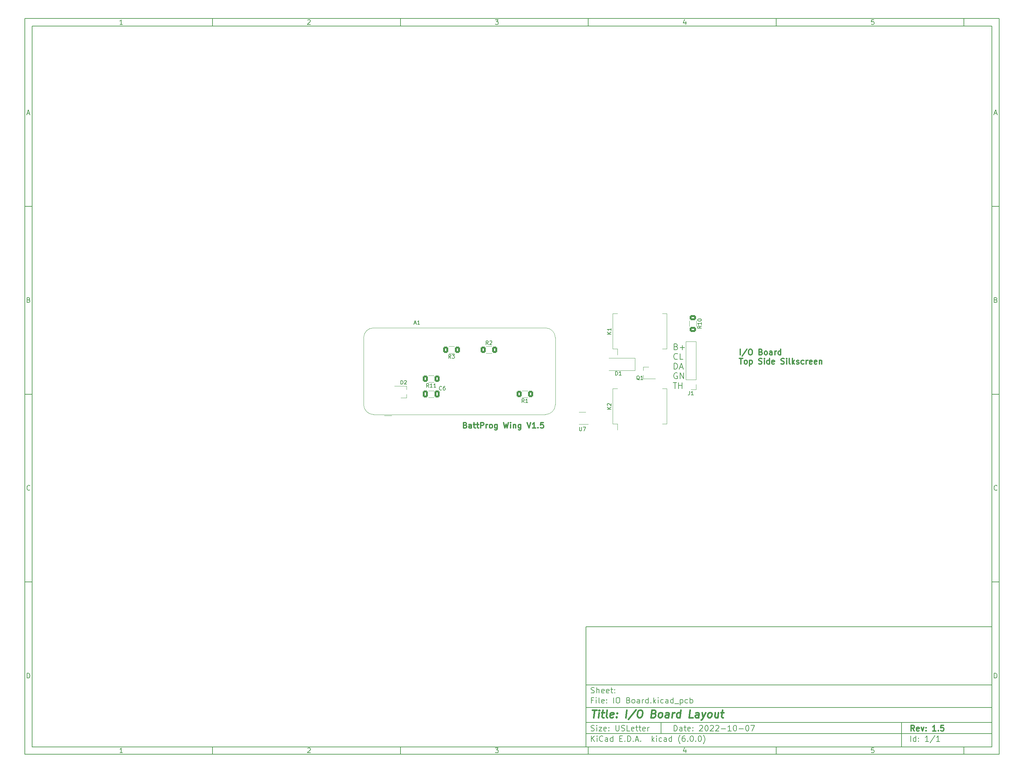
<source format=gbr>
G04 #@! TF.GenerationSoftware,KiCad,Pcbnew,(6.0.0)*
G04 #@! TF.CreationDate,2023-02-09T15:45:20-05:00*
G04 #@! TF.ProjectId,IO Board,494f2042-6f61-4726-942e-6b696361645f,1.5*
G04 #@! TF.SameCoordinates,Original*
G04 #@! TF.FileFunction,Legend,Top*
G04 #@! TF.FilePolarity,Positive*
%FSLAX46Y46*%
G04 Gerber Fmt 4.6, Leading zero omitted, Abs format (unit mm)*
G04 Created by KiCad (PCBNEW (6.0.0)) date 2023-02-09 15:45:20*
%MOMM*%
%LPD*%
G01*
G04 APERTURE LIST*
G04 Aperture macros list*
%AMRoundRect*
0 Rectangle with rounded corners*
0 $1 Rounding radius*
0 $2 $3 $4 $5 $6 $7 $8 $9 X,Y pos of 4 corners*
0 Add a 4 corners polygon primitive as box body*
4,1,4,$2,$3,$4,$5,$6,$7,$8,$9,$2,$3,0*
0 Add four circle primitives for the rounded corners*
1,1,$1+$1,$2,$3*
1,1,$1+$1,$4,$5*
1,1,$1+$1,$6,$7*
1,1,$1+$1,$8,$9*
0 Add four rect primitives between the rounded corners*
20,1,$1+$1,$2,$3,$4,$5,0*
20,1,$1+$1,$4,$5,$6,$7,0*
20,1,$1+$1,$6,$7,$8,$9,0*
20,1,$1+$1,$8,$9,$2,$3,0*%
G04 Aperture macros list end*
%ADD10C,0.100000*%
%ADD11C,0.150000*%
%ADD12C,0.300000*%
%ADD13C,0.400000*%
%ADD14C,0.120000*%
%ADD15R,1.900000X0.800000*%
%ADD16RoundRect,0.250000X0.400000X0.625000X-0.400000X0.625000X-0.400000X-0.625000X0.400000X-0.625000X0*%
%ADD17RoundRect,0.250000X-0.400000X-0.625000X0.400000X-0.625000X0.400000X0.625000X-0.400000X0.625000X0*%
%ADD18RoundRect,0.250000X-0.625000X0.400000X-0.625000X-0.400000X0.625000X-0.400000X0.625000X0.400000X0*%
%ADD19R,1.600000X1.600000*%
%ADD20C,1.600000*%
%ADD21RoundRect,0.250000X-0.412500X-0.650000X0.412500X-0.650000X0.412500X0.650000X-0.412500X0.650000X0*%
%ADD22R,1.700000X1.700000*%
%ADD23O,1.700000X1.700000*%
%ADD24R,3.500000X1.800000*%
%ADD25R,1.000000X3.000000*%
%ADD26R,1.560000X0.650000*%
G04 APERTURE END LIST*
D10*
D11*
X159400000Y-171900000D02*
X159400000Y-203900000D01*
X267400000Y-203900000D01*
X267400000Y-171900000D01*
X159400000Y-171900000D01*
D10*
D11*
X10000000Y-10000000D02*
X10000000Y-205900000D01*
X269400000Y-205900000D01*
X269400000Y-10000000D01*
X10000000Y-10000000D01*
D10*
D11*
X12000000Y-12000000D02*
X12000000Y-203900000D01*
X267400000Y-203900000D01*
X267400000Y-12000000D01*
X12000000Y-12000000D01*
D10*
D11*
X60000000Y-12000000D02*
X60000000Y-10000000D01*
D10*
D11*
X110000000Y-12000000D02*
X110000000Y-10000000D01*
D10*
D11*
X160000000Y-12000000D02*
X160000000Y-10000000D01*
D10*
D11*
X210000000Y-12000000D02*
X210000000Y-10000000D01*
D10*
D11*
X260000000Y-12000000D02*
X260000000Y-10000000D01*
D10*
D11*
X36065476Y-11588095D02*
X35322619Y-11588095D01*
X35694047Y-11588095D02*
X35694047Y-10288095D01*
X35570238Y-10473809D01*
X35446428Y-10597619D01*
X35322619Y-10659523D01*
D10*
D11*
X85322619Y-10411904D02*
X85384523Y-10350000D01*
X85508333Y-10288095D01*
X85817857Y-10288095D01*
X85941666Y-10350000D01*
X86003571Y-10411904D01*
X86065476Y-10535714D01*
X86065476Y-10659523D01*
X86003571Y-10845238D01*
X85260714Y-11588095D01*
X86065476Y-11588095D01*
D10*
D11*
X135260714Y-10288095D02*
X136065476Y-10288095D01*
X135632142Y-10783333D01*
X135817857Y-10783333D01*
X135941666Y-10845238D01*
X136003571Y-10907142D01*
X136065476Y-11030952D01*
X136065476Y-11340476D01*
X136003571Y-11464285D01*
X135941666Y-11526190D01*
X135817857Y-11588095D01*
X135446428Y-11588095D01*
X135322619Y-11526190D01*
X135260714Y-11464285D01*
D10*
D11*
X185941666Y-10721428D02*
X185941666Y-11588095D01*
X185632142Y-10226190D02*
X185322619Y-11154761D01*
X186127380Y-11154761D01*
D10*
D11*
X236003571Y-10288095D02*
X235384523Y-10288095D01*
X235322619Y-10907142D01*
X235384523Y-10845238D01*
X235508333Y-10783333D01*
X235817857Y-10783333D01*
X235941666Y-10845238D01*
X236003571Y-10907142D01*
X236065476Y-11030952D01*
X236065476Y-11340476D01*
X236003571Y-11464285D01*
X235941666Y-11526190D01*
X235817857Y-11588095D01*
X235508333Y-11588095D01*
X235384523Y-11526190D01*
X235322619Y-11464285D01*
D10*
D11*
X60000000Y-203900000D02*
X60000000Y-205900000D01*
D10*
D11*
X110000000Y-203900000D02*
X110000000Y-205900000D01*
D10*
D11*
X160000000Y-203900000D02*
X160000000Y-205900000D01*
D10*
D11*
X210000000Y-203900000D02*
X210000000Y-205900000D01*
D10*
D11*
X260000000Y-203900000D02*
X260000000Y-205900000D01*
D10*
D11*
X36065476Y-205488095D02*
X35322619Y-205488095D01*
X35694047Y-205488095D02*
X35694047Y-204188095D01*
X35570238Y-204373809D01*
X35446428Y-204497619D01*
X35322619Y-204559523D01*
D10*
D11*
X85322619Y-204311904D02*
X85384523Y-204250000D01*
X85508333Y-204188095D01*
X85817857Y-204188095D01*
X85941666Y-204250000D01*
X86003571Y-204311904D01*
X86065476Y-204435714D01*
X86065476Y-204559523D01*
X86003571Y-204745238D01*
X85260714Y-205488095D01*
X86065476Y-205488095D01*
D10*
D11*
X135260714Y-204188095D02*
X136065476Y-204188095D01*
X135632142Y-204683333D01*
X135817857Y-204683333D01*
X135941666Y-204745238D01*
X136003571Y-204807142D01*
X136065476Y-204930952D01*
X136065476Y-205240476D01*
X136003571Y-205364285D01*
X135941666Y-205426190D01*
X135817857Y-205488095D01*
X135446428Y-205488095D01*
X135322619Y-205426190D01*
X135260714Y-205364285D01*
D10*
D11*
X185941666Y-204621428D02*
X185941666Y-205488095D01*
X185632142Y-204126190D02*
X185322619Y-205054761D01*
X186127380Y-205054761D01*
D10*
D11*
X236003571Y-204188095D02*
X235384523Y-204188095D01*
X235322619Y-204807142D01*
X235384523Y-204745238D01*
X235508333Y-204683333D01*
X235817857Y-204683333D01*
X235941666Y-204745238D01*
X236003571Y-204807142D01*
X236065476Y-204930952D01*
X236065476Y-205240476D01*
X236003571Y-205364285D01*
X235941666Y-205426190D01*
X235817857Y-205488095D01*
X235508333Y-205488095D01*
X235384523Y-205426190D01*
X235322619Y-205364285D01*
D10*
D11*
X10000000Y-60000000D02*
X12000000Y-60000000D01*
D10*
D11*
X10000000Y-110000000D02*
X12000000Y-110000000D01*
D10*
D11*
X10000000Y-160000000D02*
X12000000Y-160000000D01*
D10*
D11*
X10690476Y-35216666D02*
X11309523Y-35216666D01*
X10566666Y-35588095D02*
X11000000Y-34288095D01*
X11433333Y-35588095D01*
D10*
D11*
X11092857Y-84907142D02*
X11278571Y-84969047D01*
X11340476Y-85030952D01*
X11402380Y-85154761D01*
X11402380Y-85340476D01*
X11340476Y-85464285D01*
X11278571Y-85526190D01*
X11154761Y-85588095D01*
X10659523Y-85588095D01*
X10659523Y-84288095D01*
X11092857Y-84288095D01*
X11216666Y-84350000D01*
X11278571Y-84411904D01*
X11340476Y-84535714D01*
X11340476Y-84659523D01*
X11278571Y-84783333D01*
X11216666Y-84845238D01*
X11092857Y-84907142D01*
X10659523Y-84907142D01*
D10*
D11*
X11402380Y-135464285D02*
X11340476Y-135526190D01*
X11154761Y-135588095D01*
X11030952Y-135588095D01*
X10845238Y-135526190D01*
X10721428Y-135402380D01*
X10659523Y-135278571D01*
X10597619Y-135030952D01*
X10597619Y-134845238D01*
X10659523Y-134597619D01*
X10721428Y-134473809D01*
X10845238Y-134350000D01*
X11030952Y-134288095D01*
X11154761Y-134288095D01*
X11340476Y-134350000D01*
X11402380Y-134411904D01*
D10*
D11*
X10659523Y-185588095D02*
X10659523Y-184288095D01*
X10969047Y-184288095D01*
X11154761Y-184350000D01*
X11278571Y-184473809D01*
X11340476Y-184597619D01*
X11402380Y-184845238D01*
X11402380Y-185030952D01*
X11340476Y-185278571D01*
X11278571Y-185402380D01*
X11154761Y-185526190D01*
X10969047Y-185588095D01*
X10659523Y-185588095D01*
D10*
D11*
X269400000Y-60000000D02*
X267400000Y-60000000D01*
D10*
D11*
X269400000Y-110000000D02*
X267400000Y-110000000D01*
D10*
D11*
X269400000Y-160000000D02*
X267400000Y-160000000D01*
D10*
D11*
X268090476Y-35216666D02*
X268709523Y-35216666D01*
X267966666Y-35588095D02*
X268400000Y-34288095D01*
X268833333Y-35588095D01*
D10*
D11*
X268492857Y-84907142D02*
X268678571Y-84969047D01*
X268740476Y-85030952D01*
X268802380Y-85154761D01*
X268802380Y-85340476D01*
X268740476Y-85464285D01*
X268678571Y-85526190D01*
X268554761Y-85588095D01*
X268059523Y-85588095D01*
X268059523Y-84288095D01*
X268492857Y-84288095D01*
X268616666Y-84350000D01*
X268678571Y-84411904D01*
X268740476Y-84535714D01*
X268740476Y-84659523D01*
X268678571Y-84783333D01*
X268616666Y-84845238D01*
X268492857Y-84907142D01*
X268059523Y-84907142D01*
D10*
D11*
X268802380Y-135464285D02*
X268740476Y-135526190D01*
X268554761Y-135588095D01*
X268430952Y-135588095D01*
X268245238Y-135526190D01*
X268121428Y-135402380D01*
X268059523Y-135278571D01*
X267997619Y-135030952D01*
X267997619Y-134845238D01*
X268059523Y-134597619D01*
X268121428Y-134473809D01*
X268245238Y-134350000D01*
X268430952Y-134288095D01*
X268554761Y-134288095D01*
X268740476Y-134350000D01*
X268802380Y-134411904D01*
D10*
D11*
X268059523Y-185588095D02*
X268059523Y-184288095D01*
X268369047Y-184288095D01*
X268554761Y-184350000D01*
X268678571Y-184473809D01*
X268740476Y-184597619D01*
X268802380Y-184845238D01*
X268802380Y-185030952D01*
X268740476Y-185278571D01*
X268678571Y-185402380D01*
X268554761Y-185526190D01*
X268369047Y-185588095D01*
X268059523Y-185588095D01*
D10*
D11*
X182832142Y-199678571D02*
X182832142Y-198178571D01*
X183189285Y-198178571D01*
X183403571Y-198250000D01*
X183546428Y-198392857D01*
X183617857Y-198535714D01*
X183689285Y-198821428D01*
X183689285Y-199035714D01*
X183617857Y-199321428D01*
X183546428Y-199464285D01*
X183403571Y-199607142D01*
X183189285Y-199678571D01*
X182832142Y-199678571D01*
X184975000Y-199678571D02*
X184975000Y-198892857D01*
X184903571Y-198750000D01*
X184760714Y-198678571D01*
X184475000Y-198678571D01*
X184332142Y-198750000D01*
X184975000Y-199607142D02*
X184832142Y-199678571D01*
X184475000Y-199678571D01*
X184332142Y-199607142D01*
X184260714Y-199464285D01*
X184260714Y-199321428D01*
X184332142Y-199178571D01*
X184475000Y-199107142D01*
X184832142Y-199107142D01*
X184975000Y-199035714D01*
X185475000Y-198678571D02*
X186046428Y-198678571D01*
X185689285Y-198178571D02*
X185689285Y-199464285D01*
X185760714Y-199607142D01*
X185903571Y-199678571D01*
X186046428Y-199678571D01*
X187117857Y-199607142D02*
X186975000Y-199678571D01*
X186689285Y-199678571D01*
X186546428Y-199607142D01*
X186475000Y-199464285D01*
X186475000Y-198892857D01*
X186546428Y-198750000D01*
X186689285Y-198678571D01*
X186975000Y-198678571D01*
X187117857Y-198750000D01*
X187189285Y-198892857D01*
X187189285Y-199035714D01*
X186475000Y-199178571D01*
X187832142Y-199535714D02*
X187903571Y-199607142D01*
X187832142Y-199678571D01*
X187760714Y-199607142D01*
X187832142Y-199535714D01*
X187832142Y-199678571D01*
X187832142Y-198750000D02*
X187903571Y-198821428D01*
X187832142Y-198892857D01*
X187760714Y-198821428D01*
X187832142Y-198750000D01*
X187832142Y-198892857D01*
X189617857Y-198321428D02*
X189689285Y-198250000D01*
X189832142Y-198178571D01*
X190189285Y-198178571D01*
X190332142Y-198250000D01*
X190403571Y-198321428D01*
X190475000Y-198464285D01*
X190475000Y-198607142D01*
X190403571Y-198821428D01*
X189546428Y-199678571D01*
X190475000Y-199678571D01*
X191403571Y-198178571D02*
X191546428Y-198178571D01*
X191689285Y-198250000D01*
X191760714Y-198321428D01*
X191832142Y-198464285D01*
X191903571Y-198750000D01*
X191903571Y-199107142D01*
X191832142Y-199392857D01*
X191760714Y-199535714D01*
X191689285Y-199607142D01*
X191546428Y-199678571D01*
X191403571Y-199678571D01*
X191260714Y-199607142D01*
X191189285Y-199535714D01*
X191117857Y-199392857D01*
X191046428Y-199107142D01*
X191046428Y-198750000D01*
X191117857Y-198464285D01*
X191189285Y-198321428D01*
X191260714Y-198250000D01*
X191403571Y-198178571D01*
X192475000Y-198321428D02*
X192546428Y-198250000D01*
X192689285Y-198178571D01*
X193046428Y-198178571D01*
X193189285Y-198250000D01*
X193260714Y-198321428D01*
X193332142Y-198464285D01*
X193332142Y-198607142D01*
X193260714Y-198821428D01*
X192403571Y-199678571D01*
X193332142Y-199678571D01*
X193903571Y-198321428D02*
X193975000Y-198250000D01*
X194117857Y-198178571D01*
X194475000Y-198178571D01*
X194617857Y-198250000D01*
X194689285Y-198321428D01*
X194760714Y-198464285D01*
X194760714Y-198607142D01*
X194689285Y-198821428D01*
X193832142Y-199678571D01*
X194760714Y-199678571D01*
X195403571Y-199107142D02*
X196546428Y-199107142D01*
X198046428Y-199678571D02*
X197189285Y-199678571D01*
X197617857Y-199678571D02*
X197617857Y-198178571D01*
X197475000Y-198392857D01*
X197332142Y-198535714D01*
X197189285Y-198607142D01*
X198975000Y-198178571D02*
X199117857Y-198178571D01*
X199260714Y-198250000D01*
X199332142Y-198321428D01*
X199403571Y-198464285D01*
X199475000Y-198750000D01*
X199475000Y-199107142D01*
X199403571Y-199392857D01*
X199332142Y-199535714D01*
X199260714Y-199607142D01*
X199117857Y-199678571D01*
X198975000Y-199678571D01*
X198832142Y-199607142D01*
X198760714Y-199535714D01*
X198689285Y-199392857D01*
X198617857Y-199107142D01*
X198617857Y-198750000D01*
X198689285Y-198464285D01*
X198760714Y-198321428D01*
X198832142Y-198250000D01*
X198975000Y-198178571D01*
X200117857Y-199107142D02*
X201260714Y-199107142D01*
X202260714Y-198178571D02*
X202403571Y-198178571D01*
X202546428Y-198250000D01*
X202617857Y-198321428D01*
X202689285Y-198464285D01*
X202760714Y-198750000D01*
X202760714Y-199107142D01*
X202689285Y-199392857D01*
X202617857Y-199535714D01*
X202546428Y-199607142D01*
X202403571Y-199678571D01*
X202260714Y-199678571D01*
X202117857Y-199607142D01*
X202046428Y-199535714D01*
X201975000Y-199392857D01*
X201903571Y-199107142D01*
X201903571Y-198750000D01*
X201975000Y-198464285D01*
X202046428Y-198321428D01*
X202117857Y-198250000D01*
X202260714Y-198178571D01*
X203260714Y-198178571D02*
X204260714Y-198178571D01*
X203617857Y-199678571D01*
D10*
D11*
X159400000Y-200400000D02*
X267400000Y-200400000D01*
D10*
D11*
X160832142Y-202478571D02*
X160832142Y-200978571D01*
X161689285Y-202478571D02*
X161046428Y-201621428D01*
X161689285Y-200978571D02*
X160832142Y-201835714D01*
X162332142Y-202478571D02*
X162332142Y-201478571D01*
X162332142Y-200978571D02*
X162260714Y-201050000D01*
X162332142Y-201121428D01*
X162403571Y-201050000D01*
X162332142Y-200978571D01*
X162332142Y-201121428D01*
X163903571Y-202335714D02*
X163832142Y-202407142D01*
X163617857Y-202478571D01*
X163475000Y-202478571D01*
X163260714Y-202407142D01*
X163117857Y-202264285D01*
X163046428Y-202121428D01*
X162975000Y-201835714D01*
X162975000Y-201621428D01*
X163046428Y-201335714D01*
X163117857Y-201192857D01*
X163260714Y-201050000D01*
X163475000Y-200978571D01*
X163617857Y-200978571D01*
X163832142Y-201050000D01*
X163903571Y-201121428D01*
X165189285Y-202478571D02*
X165189285Y-201692857D01*
X165117857Y-201550000D01*
X164975000Y-201478571D01*
X164689285Y-201478571D01*
X164546428Y-201550000D01*
X165189285Y-202407142D02*
X165046428Y-202478571D01*
X164689285Y-202478571D01*
X164546428Y-202407142D01*
X164475000Y-202264285D01*
X164475000Y-202121428D01*
X164546428Y-201978571D01*
X164689285Y-201907142D01*
X165046428Y-201907142D01*
X165189285Y-201835714D01*
X166546428Y-202478571D02*
X166546428Y-200978571D01*
X166546428Y-202407142D02*
X166403571Y-202478571D01*
X166117857Y-202478571D01*
X165975000Y-202407142D01*
X165903571Y-202335714D01*
X165832142Y-202192857D01*
X165832142Y-201764285D01*
X165903571Y-201621428D01*
X165975000Y-201550000D01*
X166117857Y-201478571D01*
X166403571Y-201478571D01*
X166546428Y-201550000D01*
X168403571Y-201692857D02*
X168903571Y-201692857D01*
X169117857Y-202478571D02*
X168403571Y-202478571D01*
X168403571Y-200978571D01*
X169117857Y-200978571D01*
X169760714Y-202335714D02*
X169832142Y-202407142D01*
X169760714Y-202478571D01*
X169689285Y-202407142D01*
X169760714Y-202335714D01*
X169760714Y-202478571D01*
X170475000Y-202478571D02*
X170475000Y-200978571D01*
X170832142Y-200978571D01*
X171046428Y-201050000D01*
X171189285Y-201192857D01*
X171260714Y-201335714D01*
X171332142Y-201621428D01*
X171332142Y-201835714D01*
X171260714Y-202121428D01*
X171189285Y-202264285D01*
X171046428Y-202407142D01*
X170832142Y-202478571D01*
X170475000Y-202478571D01*
X171975000Y-202335714D02*
X172046428Y-202407142D01*
X171975000Y-202478571D01*
X171903571Y-202407142D01*
X171975000Y-202335714D01*
X171975000Y-202478571D01*
X172617857Y-202050000D02*
X173332142Y-202050000D01*
X172475000Y-202478571D02*
X172975000Y-200978571D01*
X173475000Y-202478571D01*
X173975000Y-202335714D02*
X174046428Y-202407142D01*
X173975000Y-202478571D01*
X173903571Y-202407142D01*
X173975000Y-202335714D01*
X173975000Y-202478571D01*
X176975000Y-202478571D02*
X176975000Y-200978571D01*
X177117857Y-201907142D02*
X177546428Y-202478571D01*
X177546428Y-201478571D02*
X176975000Y-202050000D01*
X178189285Y-202478571D02*
X178189285Y-201478571D01*
X178189285Y-200978571D02*
X178117857Y-201050000D01*
X178189285Y-201121428D01*
X178260714Y-201050000D01*
X178189285Y-200978571D01*
X178189285Y-201121428D01*
X179546428Y-202407142D02*
X179403571Y-202478571D01*
X179117857Y-202478571D01*
X178975000Y-202407142D01*
X178903571Y-202335714D01*
X178832142Y-202192857D01*
X178832142Y-201764285D01*
X178903571Y-201621428D01*
X178975000Y-201550000D01*
X179117857Y-201478571D01*
X179403571Y-201478571D01*
X179546428Y-201550000D01*
X180832142Y-202478571D02*
X180832142Y-201692857D01*
X180760714Y-201550000D01*
X180617857Y-201478571D01*
X180332142Y-201478571D01*
X180189285Y-201550000D01*
X180832142Y-202407142D02*
X180689285Y-202478571D01*
X180332142Y-202478571D01*
X180189285Y-202407142D01*
X180117857Y-202264285D01*
X180117857Y-202121428D01*
X180189285Y-201978571D01*
X180332142Y-201907142D01*
X180689285Y-201907142D01*
X180832142Y-201835714D01*
X182189285Y-202478571D02*
X182189285Y-200978571D01*
X182189285Y-202407142D02*
X182046428Y-202478571D01*
X181760714Y-202478571D01*
X181617857Y-202407142D01*
X181546428Y-202335714D01*
X181475000Y-202192857D01*
X181475000Y-201764285D01*
X181546428Y-201621428D01*
X181617857Y-201550000D01*
X181760714Y-201478571D01*
X182046428Y-201478571D01*
X182189285Y-201550000D01*
X184475000Y-203050000D02*
X184403571Y-202978571D01*
X184260714Y-202764285D01*
X184189285Y-202621428D01*
X184117857Y-202407142D01*
X184046428Y-202050000D01*
X184046428Y-201764285D01*
X184117857Y-201407142D01*
X184189285Y-201192857D01*
X184260714Y-201050000D01*
X184403571Y-200835714D01*
X184475000Y-200764285D01*
X185689285Y-200978571D02*
X185403571Y-200978571D01*
X185260714Y-201050000D01*
X185189285Y-201121428D01*
X185046428Y-201335714D01*
X184975000Y-201621428D01*
X184975000Y-202192857D01*
X185046428Y-202335714D01*
X185117857Y-202407142D01*
X185260714Y-202478571D01*
X185546428Y-202478571D01*
X185689285Y-202407142D01*
X185760714Y-202335714D01*
X185832142Y-202192857D01*
X185832142Y-201835714D01*
X185760714Y-201692857D01*
X185689285Y-201621428D01*
X185546428Y-201550000D01*
X185260714Y-201550000D01*
X185117857Y-201621428D01*
X185046428Y-201692857D01*
X184975000Y-201835714D01*
X186475000Y-202335714D02*
X186546428Y-202407142D01*
X186475000Y-202478571D01*
X186403571Y-202407142D01*
X186475000Y-202335714D01*
X186475000Y-202478571D01*
X187475000Y-200978571D02*
X187617857Y-200978571D01*
X187760714Y-201050000D01*
X187832142Y-201121428D01*
X187903571Y-201264285D01*
X187975000Y-201550000D01*
X187975000Y-201907142D01*
X187903571Y-202192857D01*
X187832142Y-202335714D01*
X187760714Y-202407142D01*
X187617857Y-202478571D01*
X187475000Y-202478571D01*
X187332142Y-202407142D01*
X187260714Y-202335714D01*
X187189285Y-202192857D01*
X187117857Y-201907142D01*
X187117857Y-201550000D01*
X187189285Y-201264285D01*
X187260714Y-201121428D01*
X187332142Y-201050000D01*
X187475000Y-200978571D01*
X188617857Y-202335714D02*
X188689285Y-202407142D01*
X188617857Y-202478571D01*
X188546428Y-202407142D01*
X188617857Y-202335714D01*
X188617857Y-202478571D01*
X189617857Y-200978571D02*
X189760714Y-200978571D01*
X189903571Y-201050000D01*
X189975000Y-201121428D01*
X190046428Y-201264285D01*
X190117857Y-201550000D01*
X190117857Y-201907142D01*
X190046428Y-202192857D01*
X189975000Y-202335714D01*
X189903571Y-202407142D01*
X189760714Y-202478571D01*
X189617857Y-202478571D01*
X189475000Y-202407142D01*
X189403571Y-202335714D01*
X189332142Y-202192857D01*
X189260714Y-201907142D01*
X189260714Y-201550000D01*
X189332142Y-201264285D01*
X189403571Y-201121428D01*
X189475000Y-201050000D01*
X189617857Y-200978571D01*
X190617857Y-203050000D02*
X190689285Y-202978571D01*
X190832142Y-202764285D01*
X190903571Y-202621428D01*
X190975000Y-202407142D01*
X191046428Y-202050000D01*
X191046428Y-201764285D01*
X190975000Y-201407142D01*
X190903571Y-201192857D01*
X190832142Y-201050000D01*
X190689285Y-200835714D01*
X190617857Y-200764285D01*
D10*
D11*
X159400000Y-197400000D02*
X267400000Y-197400000D01*
D10*
D12*
X246809285Y-199678571D02*
X246309285Y-198964285D01*
X245952142Y-199678571D02*
X245952142Y-198178571D01*
X246523571Y-198178571D01*
X246666428Y-198250000D01*
X246737857Y-198321428D01*
X246809285Y-198464285D01*
X246809285Y-198678571D01*
X246737857Y-198821428D01*
X246666428Y-198892857D01*
X246523571Y-198964285D01*
X245952142Y-198964285D01*
X248023571Y-199607142D02*
X247880714Y-199678571D01*
X247595000Y-199678571D01*
X247452142Y-199607142D01*
X247380714Y-199464285D01*
X247380714Y-198892857D01*
X247452142Y-198750000D01*
X247595000Y-198678571D01*
X247880714Y-198678571D01*
X248023571Y-198750000D01*
X248095000Y-198892857D01*
X248095000Y-199035714D01*
X247380714Y-199178571D01*
X248595000Y-198678571D02*
X248952142Y-199678571D01*
X249309285Y-198678571D01*
X249880714Y-199535714D02*
X249952142Y-199607142D01*
X249880714Y-199678571D01*
X249809285Y-199607142D01*
X249880714Y-199535714D01*
X249880714Y-199678571D01*
X249880714Y-198750000D02*
X249952142Y-198821428D01*
X249880714Y-198892857D01*
X249809285Y-198821428D01*
X249880714Y-198750000D01*
X249880714Y-198892857D01*
X252523571Y-199678571D02*
X251666428Y-199678571D01*
X252095000Y-199678571D02*
X252095000Y-198178571D01*
X251952142Y-198392857D01*
X251809285Y-198535714D01*
X251666428Y-198607142D01*
X253166428Y-199535714D02*
X253237857Y-199607142D01*
X253166428Y-199678571D01*
X253095000Y-199607142D01*
X253166428Y-199535714D01*
X253166428Y-199678571D01*
X254595000Y-198178571D02*
X253880714Y-198178571D01*
X253809285Y-198892857D01*
X253880714Y-198821428D01*
X254023571Y-198750000D01*
X254380714Y-198750000D01*
X254523571Y-198821428D01*
X254595000Y-198892857D01*
X254666428Y-199035714D01*
X254666428Y-199392857D01*
X254595000Y-199535714D01*
X254523571Y-199607142D01*
X254380714Y-199678571D01*
X254023571Y-199678571D01*
X253880714Y-199607142D01*
X253809285Y-199535714D01*
D10*
D11*
X160760714Y-199607142D02*
X160975000Y-199678571D01*
X161332142Y-199678571D01*
X161475000Y-199607142D01*
X161546428Y-199535714D01*
X161617857Y-199392857D01*
X161617857Y-199250000D01*
X161546428Y-199107142D01*
X161475000Y-199035714D01*
X161332142Y-198964285D01*
X161046428Y-198892857D01*
X160903571Y-198821428D01*
X160832142Y-198750000D01*
X160760714Y-198607142D01*
X160760714Y-198464285D01*
X160832142Y-198321428D01*
X160903571Y-198250000D01*
X161046428Y-198178571D01*
X161403571Y-198178571D01*
X161617857Y-198250000D01*
X162260714Y-199678571D02*
X162260714Y-198678571D01*
X162260714Y-198178571D02*
X162189285Y-198250000D01*
X162260714Y-198321428D01*
X162332142Y-198250000D01*
X162260714Y-198178571D01*
X162260714Y-198321428D01*
X162832142Y-198678571D02*
X163617857Y-198678571D01*
X162832142Y-199678571D01*
X163617857Y-199678571D01*
X164760714Y-199607142D02*
X164617857Y-199678571D01*
X164332142Y-199678571D01*
X164189285Y-199607142D01*
X164117857Y-199464285D01*
X164117857Y-198892857D01*
X164189285Y-198750000D01*
X164332142Y-198678571D01*
X164617857Y-198678571D01*
X164760714Y-198750000D01*
X164832142Y-198892857D01*
X164832142Y-199035714D01*
X164117857Y-199178571D01*
X165475000Y-199535714D02*
X165546428Y-199607142D01*
X165475000Y-199678571D01*
X165403571Y-199607142D01*
X165475000Y-199535714D01*
X165475000Y-199678571D01*
X165475000Y-198750000D02*
X165546428Y-198821428D01*
X165475000Y-198892857D01*
X165403571Y-198821428D01*
X165475000Y-198750000D01*
X165475000Y-198892857D01*
X167332142Y-198178571D02*
X167332142Y-199392857D01*
X167403571Y-199535714D01*
X167475000Y-199607142D01*
X167617857Y-199678571D01*
X167903571Y-199678571D01*
X168046428Y-199607142D01*
X168117857Y-199535714D01*
X168189285Y-199392857D01*
X168189285Y-198178571D01*
X168832142Y-199607142D02*
X169046428Y-199678571D01*
X169403571Y-199678571D01*
X169546428Y-199607142D01*
X169617857Y-199535714D01*
X169689285Y-199392857D01*
X169689285Y-199250000D01*
X169617857Y-199107142D01*
X169546428Y-199035714D01*
X169403571Y-198964285D01*
X169117857Y-198892857D01*
X168975000Y-198821428D01*
X168903571Y-198750000D01*
X168832142Y-198607142D01*
X168832142Y-198464285D01*
X168903571Y-198321428D01*
X168975000Y-198250000D01*
X169117857Y-198178571D01*
X169475000Y-198178571D01*
X169689285Y-198250000D01*
X171046428Y-199678571D02*
X170332142Y-199678571D01*
X170332142Y-198178571D01*
X172117857Y-199607142D02*
X171975000Y-199678571D01*
X171689285Y-199678571D01*
X171546428Y-199607142D01*
X171475000Y-199464285D01*
X171475000Y-198892857D01*
X171546428Y-198750000D01*
X171689285Y-198678571D01*
X171975000Y-198678571D01*
X172117857Y-198750000D01*
X172189285Y-198892857D01*
X172189285Y-199035714D01*
X171475000Y-199178571D01*
X172617857Y-198678571D02*
X173189285Y-198678571D01*
X172832142Y-198178571D02*
X172832142Y-199464285D01*
X172903571Y-199607142D01*
X173046428Y-199678571D01*
X173189285Y-199678571D01*
X173475000Y-198678571D02*
X174046428Y-198678571D01*
X173689285Y-198178571D02*
X173689285Y-199464285D01*
X173760714Y-199607142D01*
X173903571Y-199678571D01*
X174046428Y-199678571D01*
X175117857Y-199607142D02*
X174975000Y-199678571D01*
X174689285Y-199678571D01*
X174546428Y-199607142D01*
X174475000Y-199464285D01*
X174475000Y-198892857D01*
X174546428Y-198750000D01*
X174689285Y-198678571D01*
X174975000Y-198678571D01*
X175117857Y-198750000D01*
X175189285Y-198892857D01*
X175189285Y-199035714D01*
X174475000Y-199178571D01*
X175832142Y-199678571D02*
X175832142Y-198678571D01*
X175832142Y-198964285D02*
X175903571Y-198821428D01*
X175975000Y-198750000D01*
X176117857Y-198678571D01*
X176260714Y-198678571D01*
D10*
D11*
X245832142Y-202478571D02*
X245832142Y-200978571D01*
X247189285Y-202478571D02*
X247189285Y-200978571D01*
X247189285Y-202407142D02*
X247046428Y-202478571D01*
X246760714Y-202478571D01*
X246617857Y-202407142D01*
X246546428Y-202335714D01*
X246475000Y-202192857D01*
X246475000Y-201764285D01*
X246546428Y-201621428D01*
X246617857Y-201550000D01*
X246760714Y-201478571D01*
X247046428Y-201478571D01*
X247189285Y-201550000D01*
X247903571Y-202335714D02*
X247975000Y-202407142D01*
X247903571Y-202478571D01*
X247832142Y-202407142D01*
X247903571Y-202335714D01*
X247903571Y-202478571D01*
X247903571Y-201550000D02*
X247975000Y-201621428D01*
X247903571Y-201692857D01*
X247832142Y-201621428D01*
X247903571Y-201550000D01*
X247903571Y-201692857D01*
X250546428Y-202478571D02*
X249689285Y-202478571D01*
X250117857Y-202478571D02*
X250117857Y-200978571D01*
X249975000Y-201192857D01*
X249832142Y-201335714D01*
X249689285Y-201407142D01*
X252260714Y-200907142D02*
X250975000Y-202835714D01*
X253546428Y-202478571D02*
X252689285Y-202478571D01*
X253117857Y-202478571D02*
X253117857Y-200978571D01*
X252975000Y-201192857D01*
X252832142Y-201335714D01*
X252689285Y-201407142D01*
D10*
D11*
X159400000Y-193400000D02*
X267400000Y-193400000D01*
D10*
D13*
X161112380Y-194104761D02*
X162255238Y-194104761D01*
X161433809Y-196104761D02*
X161683809Y-194104761D01*
X162671904Y-196104761D02*
X162838571Y-194771428D01*
X162921904Y-194104761D02*
X162814761Y-194200000D01*
X162898095Y-194295238D01*
X163005238Y-194200000D01*
X162921904Y-194104761D01*
X162898095Y-194295238D01*
X163505238Y-194771428D02*
X164267142Y-194771428D01*
X163874285Y-194104761D02*
X163660000Y-195819047D01*
X163731428Y-196009523D01*
X163910000Y-196104761D01*
X164100476Y-196104761D01*
X165052857Y-196104761D02*
X164874285Y-196009523D01*
X164802857Y-195819047D01*
X165017142Y-194104761D01*
X166588571Y-196009523D02*
X166386190Y-196104761D01*
X166005238Y-196104761D01*
X165826666Y-196009523D01*
X165755238Y-195819047D01*
X165850476Y-195057142D01*
X165969523Y-194866666D01*
X166171904Y-194771428D01*
X166552857Y-194771428D01*
X166731428Y-194866666D01*
X166802857Y-195057142D01*
X166779047Y-195247619D01*
X165802857Y-195438095D01*
X167552857Y-195914285D02*
X167636190Y-196009523D01*
X167529047Y-196104761D01*
X167445714Y-196009523D01*
X167552857Y-195914285D01*
X167529047Y-196104761D01*
X167683809Y-194866666D02*
X167767142Y-194961904D01*
X167660000Y-195057142D01*
X167576666Y-194961904D01*
X167683809Y-194866666D01*
X167660000Y-195057142D01*
X170005238Y-196104761D02*
X170255238Y-194104761D01*
X172648095Y-194009523D02*
X170612380Y-196580952D01*
X173683809Y-194104761D02*
X174064761Y-194104761D01*
X174243333Y-194200000D01*
X174410000Y-194390476D01*
X174457619Y-194771428D01*
X174374285Y-195438095D01*
X174231428Y-195819047D01*
X174017142Y-196009523D01*
X173814761Y-196104761D01*
X173433809Y-196104761D01*
X173255238Y-196009523D01*
X173088571Y-195819047D01*
X173040952Y-195438095D01*
X173124285Y-194771428D01*
X173267142Y-194390476D01*
X173481428Y-194200000D01*
X173683809Y-194104761D01*
X177469523Y-195057142D02*
X177743333Y-195152380D01*
X177826666Y-195247619D01*
X177898095Y-195438095D01*
X177862380Y-195723809D01*
X177743333Y-195914285D01*
X177636190Y-196009523D01*
X177433809Y-196104761D01*
X176671904Y-196104761D01*
X176921904Y-194104761D01*
X177588571Y-194104761D01*
X177767142Y-194200000D01*
X177850476Y-194295238D01*
X177921904Y-194485714D01*
X177898095Y-194676190D01*
X177779047Y-194866666D01*
X177671904Y-194961904D01*
X177469523Y-195057142D01*
X176802857Y-195057142D01*
X178957619Y-196104761D02*
X178779047Y-196009523D01*
X178695714Y-195914285D01*
X178624285Y-195723809D01*
X178695714Y-195152380D01*
X178814761Y-194961904D01*
X178921904Y-194866666D01*
X179124285Y-194771428D01*
X179410000Y-194771428D01*
X179588571Y-194866666D01*
X179671904Y-194961904D01*
X179743333Y-195152380D01*
X179671904Y-195723809D01*
X179552857Y-195914285D01*
X179445714Y-196009523D01*
X179243333Y-196104761D01*
X178957619Y-196104761D01*
X181338571Y-196104761D02*
X181469523Y-195057142D01*
X181398095Y-194866666D01*
X181219523Y-194771428D01*
X180838571Y-194771428D01*
X180636190Y-194866666D01*
X181350476Y-196009523D02*
X181148095Y-196104761D01*
X180671904Y-196104761D01*
X180493333Y-196009523D01*
X180421904Y-195819047D01*
X180445714Y-195628571D01*
X180564761Y-195438095D01*
X180767142Y-195342857D01*
X181243333Y-195342857D01*
X181445714Y-195247619D01*
X182290952Y-196104761D02*
X182457619Y-194771428D01*
X182410000Y-195152380D02*
X182529047Y-194961904D01*
X182636190Y-194866666D01*
X182838571Y-194771428D01*
X183029047Y-194771428D01*
X184386190Y-196104761D02*
X184636190Y-194104761D01*
X184398095Y-196009523D02*
X184195714Y-196104761D01*
X183814761Y-196104761D01*
X183636190Y-196009523D01*
X183552857Y-195914285D01*
X183481428Y-195723809D01*
X183552857Y-195152380D01*
X183671904Y-194961904D01*
X183779047Y-194866666D01*
X183981428Y-194771428D01*
X184362380Y-194771428D01*
X184540952Y-194866666D01*
X187814761Y-196104761D02*
X186862380Y-196104761D01*
X187112380Y-194104761D01*
X189338571Y-196104761D02*
X189469523Y-195057142D01*
X189398095Y-194866666D01*
X189219523Y-194771428D01*
X188838571Y-194771428D01*
X188636190Y-194866666D01*
X189350476Y-196009523D02*
X189148095Y-196104761D01*
X188671904Y-196104761D01*
X188493333Y-196009523D01*
X188421904Y-195819047D01*
X188445714Y-195628571D01*
X188564761Y-195438095D01*
X188767142Y-195342857D01*
X189243333Y-195342857D01*
X189445714Y-195247619D01*
X190267142Y-194771428D02*
X190576666Y-196104761D01*
X191219523Y-194771428D02*
X190576666Y-196104761D01*
X190326666Y-196580952D01*
X190219523Y-196676190D01*
X190017142Y-196771428D01*
X192100476Y-196104761D02*
X191921904Y-196009523D01*
X191838571Y-195914285D01*
X191767142Y-195723809D01*
X191838571Y-195152380D01*
X191957619Y-194961904D01*
X192064761Y-194866666D01*
X192267142Y-194771428D01*
X192552857Y-194771428D01*
X192731428Y-194866666D01*
X192814761Y-194961904D01*
X192886190Y-195152380D01*
X192814761Y-195723809D01*
X192695714Y-195914285D01*
X192588571Y-196009523D01*
X192386190Y-196104761D01*
X192100476Y-196104761D01*
X194648095Y-194771428D02*
X194481428Y-196104761D01*
X193790952Y-194771428D02*
X193660000Y-195819047D01*
X193731428Y-196009523D01*
X193910000Y-196104761D01*
X194195714Y-196104761D01*
X194398095Y-196009523D01*
X194505238Y-195914285D01*
X195314761Y-194771428D02*
X196076666Y-194771428D01*
X195683809Y-194104761D02*
X195469523Y-195819047D01*
X195540952Y-196009523D01*
X195719523Y-196104761D01*
X195910000Y-196104761D01*
D10*
D11*
X161332142Y-191492857D02*
X160832142Y-191492857D01*
X160832142Y-192278571D02*
X160832142Y-190778571D01*
X161546428Y-190778571D01*
X162117857Y-192278571D02*
X162117857Y-191278571D01*
X162117857Y-190778571D02*
X162046428Y-190850000D01*
X162117857Y-190921428D01*
X162189285Y-190850000D01*
X162117857Y-190778571D01*
X162117857Y-190921428D01*
X163046428Y-192278571D02*
X162903571Y-192207142D01*
X162832142Y-192064285D01*
X162832142Y-190778571D01*
X164189285Y-192207142D02*
X164046428Y-192278571D01*
X163760714Y-192278571D01*
X163617857Y-192207142D01*
X163546428Y-192064285D01*
X163546428Y-191492857D01*
X163617857Y-191350000D01*
X163760714Y-191278571D01*
X164046428Y-191278571D01*
X164189285Y-191350000D01*
X164260714Y-191492857D01*
X164260714Y-191635714D01*
X163546428Y-191778571D01*
X164903571Y-192135714D02*
X164975000Y-192207142D01*
X164903571Y-192278571D01*
X164832142Y-192207142D01*
X164903571Y-192135714D01*
X164903571Y-192278571D01*
X164903571Y-191350000D02*
X164975000Y-191421428D01*
X164903571Y-191492857D01*
X164832142Y-191421428D01*
X164903571Y-191350000D01*
X164903571Y-191492857D01*
X166760714Y-192278571D02*
X166760714Y-190778571D01*
X167760714Y-190778571D02*
X168046428Y-190778571D01*
X168189285Y-190850000D01*
X168332142Y-190992857D01*
X168403571Y-191278571D01*
X168403571Y-191778571D01*
X168332142Y-192064285D01*
X168189285Y-192207142D01*
X168046428Y-192278571D01*
X167760714Y-192278571D01*
X167617857Y-192207142D01*
X167475000Y-192064285D01*
X167403571Y-191778571D01*
X167403571Y-191278571D01*
X167475000Y-190992857D01*
X167617857Y-190850000D01*
X167760714Y-190778571D01*
X170689285Y-191492857D02*
X170903571Y-191564285D01*
X170975000Y-191635714D01*
X171046428Y-191778571D01*
X171046428Y-191992857D01*
X170975000Y-192135714D01*
X170903571Y-192207142D01*
X170760714Y-192278571D01*
X170189285Y-192278571D01*
X170189285Y-190778571D01*
X170689285Y-190778571D01*
X170832142Y-190850000D01*
X170903571Y-190921428D01*
X170975000Y-191064285D01*
X170975000Y-191207142D01*
X170903571Y-191350000D01*
X170832142Y-191421428D01*
X170689285Y-191492857D01*
X170189285Y-191492857D01*
X171903571Y-192278571D02*
X171760714Y-192207142D01*
X171689285Y-192135714D01*
X171617857Y-191992857D01*
X171617857Y-191564285D01*
X171689285Y-191421428D01*
X171760714Y-191350000D01*
X171903571Y-191278571D01*
X172117857Y-191278571D01*
X172260714Y-191350000D01*
X172332142Y-191421428D01*
X172403571Y-191564285D01*
X172403571Y-191992857D01*
X172332142Y-192135714D01*
X172260714Y-192207142D01*
X172117857Y-192278571D01*
X171903571Y-192278571D01*
X173689285Y-192278571D02*
X173689285Y-191492857D01*
X173617857Y-191350000D01*
X173475000Y-191278571D01*
X173189285Y-191278571D01*
X173046428Y-191350000D01*
X173689285Y-192207142D02*
X173546428Y-192278571D01*
X173189285Y-192278571D01*
X173046428Y-192207142D01*
X172975000Y-192064285D01*
X172975000Y-191921428D01*
X173046428Y-191778571D01*
X173189285Y-191707142D01*
X173546428Y-191707142D01*
X173689285Y-191635714D01*
X174403571Y-192278571D02*
X174403571Y-191278571D01*
X174403571Y-191564285D02*
X174475000Y-191421428D01*
X174546428Y-191350000D01*
X174689285Y-191278571D01*
X174832142Y-191278571D01*
X175975000Y-192278571D02*
X175975000Y-190778571D01*
X175975000Y-192207142D02*
X175832142Y-192278571D01*
X175546428Y-192278571D01*
X175403571Y-192207142D01*
X175332142Y-192135714D01*
X175260714Y-191992857D01*
X175260714Y-191564285D01*
X175332142Y-191421428D01*
X175403571Y-191350000D01*
X175546428Y-191278571D01*
X175832142Y-191278571D01*
X175975000Y-191350000D01*
X176689285Y-192135714D02*
X176760714Y-192207142D01*
X176689285Y-192278571D01*
X176617857Y-192207142D01*
X176689285Y-192135714D01*
X176689285Y-192278571D01*
X177403571Y-192278571D02*
X177403571Y-190778571D01*
X177546428Y-191707142D02*
X177975000Y-192278571D01*
X177975000Y-191278571D02*
X177403571Y-191850000D01*
X178617857Y-192278571D02*
X178617857Y-191278571D01*
X178617857Y-190778571D02*
X178546428Y-190850000D01*
X178617857Y-190921428D01*
X178689285Y-190850000D01*
X178617857Y-190778571D01*
X178617857Y-190921428D01*
X179975000Y-192207142D02*
X179832142Y-192278571D01*
X179546428Y-192278571D01*
X179403571Y-192207142D01*
X179332142Y-192135714D01*
X179260714Y-191992857D01*
X179260714Y-191564285D01*
X179332142Y-191421428D01*
X179403571Y-191350000D01*
X179546428Y-191278571D01*
X179832142Y-191278571D01*
X179975000Y-191350000D01*
X181260714Y-192278571D02*
X181260714Y-191492857D01*
X181189285Y-191350000D01*
X181046428Y-191278571D01*
X180760714Y-191278571D01*
X180617857Y-191350000D01*
X181260714Y-192207142D02*
X181117857Y-192278571D01*
X180760714Y-192278571D01*
X180617857Y-192207142D01*
X180546428Y-192064285D01*
X180546428Y-191921428D01*
X180617857Y-191778571D01*
X180760714Y-191707142D01*
X181117857Y-191707142D01*
X181260714Y-191635714D01*
X182617857Y-192278571D02*
X182617857Y-190778571D01*
X182617857Y-192207142D02*
X182475000Y-192278571D01*
X182189285Y-192278571D01*
X182046428Y-192207142D01*
X181975000Y-192135714D01*
X181903571Y-191992857D01*
X181903571Y-191564285D01*
X181975000Y-191421428D01*
X182046428Y-191350000D01*
X182189285Y-191278571D01*
X182475000Y-191278571D01*
X182617857Y-191350000D01*
X182975000Y-192421428D02*
X184117857Y-192421428D01*
X184475000Y-191278571D02*
X184475000Y-192778571D01*
X184475000Y-191350000D02*
X184617857Y-191278571D01*
X184903571Y-191278571D01*
X185046428Y-191350000D01*
X185117857Y-191421428D01*
X185189285Y-191564285D01*
X185189285Y-191992857D01*
X185117857Y-192135714D01*
X185046428Y-192207142D01*
X184903571Y-192278571D01*
X184617857Y-192278571D01*
X184475000Y-192207142D01*
X186475000Y-192207142D02*
X186332142Y-192278571D01*
X186046428Y-192278571D01*
X185903571Y-192207142D01*
X185832142Y-192135714D01*
X185760714Y-191992857D01*
X185760714Y-191564285D01*
X185832142Y-191421428D01*
X185903571Y-191350000D01*
X186046428Y-191278571D01*
X186332142Y-191278571D01*
X186475000Y-191350000D01*
X187117857Y-192278571D02*
X187117857Y-190778571D01*
X187117857Y-191350000D02*
X187260714Y-191278571D01*
X187546428Y-191278571D01*
X187689285Y-191350000D01*
X187760714Y-191421428D01*
X187832142Y-191564285D01*
X187832142Y-191992857D01*
X187760714Y-192135714D01*
X187689285Y-192207142D01*
X187546428Y-192278571D01*
X187260714Y-192278571D01*
X187117857Y-192207142D01*
D10*
D11*
X159400000Y-187400000D02*
X267400000Y-187400000D01*
D10*
D11*
X160760714Y-189507142D02*
X160975000Y-189578571D01*
X161332142Y-189578571D01*
X161475000Y-189507142D01*
X161546428Y-189435714D01*
X161617857Y-189292857D01*
X161617857Y-189150000D01*
X161546428Y-189007142D01*
X161475000Y-188935714D01*
X161332142Y-188864285D01*
X161046428Y-188792857D01*
X160903571Y-188721428D01*
X160832142Y-188650000D01*
X160760714Y-188507142D01*
X160760714Y-188364285D01*
X160832142Y-188221428D01*
X160903571Y-188150000D01*
X161046428Y-188078571D01*
X161403571Y-188078571D01*
X161617857Y-188150000D01*
X162260714Y-189578571D02*
X162260714Y-188078571D01*
X162903571Y-189578571D02*
X162903571Y-188792857D01*
X162832142Y-188650000D01*
X162689285Y-188578571D01*
X162475000Y-188578571D01*
X162332142Y-188650000D01*
X162260714Y-188721428D01*
X164189285Y-189507142D02*
X164046428Y-189578571D01*
X163760714Y-189578571D01*
X163617857Y-189507142D01*
X163546428Y-189364285D01*
X163546428Y-188792857D01*
X163617857Y-188650000D01*
X163760714Y-188578571D01*
X164046428Y-188578571D01*
X164189285Y-188650000D01*
X164260714Y-188792857D01*
X164260714Y-188935714D01*
X163546428Y-189078571D01*
X165475000Y-189507142D02*
X165332142Y-189578571D01*
X165046428Y-189578571D01*
X164903571Y-189507142D01*
X164832142Y-189364285D01*
X164832142Y-188792857D01*
X164903571Y-188650000D01*
X165046428Y-188578571D01*
X165332142Y-188578571D01*
X165475000Y-188650000D01*
X165546428Y-188792857D01*
X165546428Y-188935714D01*
X164832142Y-189078571D01*
X165975000Y-188578571D02*
X166546428Y-188578571D01*
X166189285Y-188078571D02*
X166189285Y-189364285D01*
X166260714Y-189507142D01*
X166403571Y-189578571D01*
X166546428Y-189578571D01*
X167046428Y-189435714D02*
X167117857Y-189507142D01*
X167046428Y-189578571D01*
X166975000Y-189507142D01*
X167046428Y-189435714D01*
X167046428Y-189578571D01*
X167046428Y-188650000D02*
X167117857Y-188721428D01*
X167046428Y-188792857D01*
X166975000Y-188721428D01*
X167046428Y-188650000D01*
X167046428Y-188792857D01*
D10*
D12*
D10*
D11*
D10*
D11*
D10*
D11*
D10*
D11*
D10*
D11*
X179400000Y-197400000D02*
X179400000Y-200400000D01*
D10*
D11*
X243400000Y-197400000D02*
X243400000Y-203900000D01*
D12*
X200450142Y-99547071D02*
X200450142Y-98047071D01*
X202235857Y-97975642D02*
X200950142Y-99904214D01*
X203021571Y-98047071D02*
X203307285Y-98047071D01*
X203450142Y-98118500D01*
X203593000Y-98261357D01*
X203664428Y-98547071D01*
X203664428Y-99047071D01*
X203593000Y-99332785D01*
X203450142Y-99475642D01*
X203307285Y-99547071D01*
X203021571Y-99547071D01*
X202878714Y-99475642D01*
X202735857Y-99332785D01*
X202664428Y-99047071D01*
X202664428Y-98547071D01*
X202735857Y-98261357D01*
X202878714Y-98118500D01*
X203021571Y-98047071D01*
X205950142Y-98761357D02*
X206164428Y-98832785D01*
X206235857Y-98904214D01*
X206307285Y-99047071D01*
X206307285Y-99261357D01*
X206235857Y-99404214D01*
X206164428Y-99475642D01*
X206021571Y-99547071D01*
X205450142Y-99547071D01*
X205450142Y-98047071D01*
X205950142Y-98047071D01*
X206093000Y-98118500D01*
X206164428Y-98189928D01*
X206235857Y-98332785D01*
X206235857Y-98475642D01*
X206164428Y-98618500D01*
X206093000Y-98689928D01*
X205950142Y-98761357D01*
X205450142Y-98761357D01*
X207164428Y-99547071D02*
X207021571Y-99475642D01*
X206950142Y-99404214D01*
X206878714Y-99261357D01*
X206878714Y-98832785D01*
X206950142Y-98689928D01*
X207021571Y-98618500D01*
X207164428Y-98547071D01*
X207378714Y-98547071D01*
X207521571Y-98618500D01*
X207593000Y-98689928D01*
X207664428Y-98832785D01*
X207664428Y-99261357D01*
X207593000Y-99404214D01*
X207521571Y-99475642D01*
X207378714Y-99547071D01*
X207164428Y-99547071D01*
X208950142Y-99547071D02*
X208950142Y-98761357D01*
X208878714Y-98618500D01*
X208735857Y-98547071D01*
X208450142Y-98547071D01*
X208307285Y-98618500D01*
X208950142Y-99475642D02*
X208807285Y-99547071D01*
X208450142Y-99547071D01*
X208307285Y-99475642D01*
X208235857Y-99332785D01*
X208235857Y-99189928D01*
X208307285Y-99047071D01*
X208450142Y-98975642D01*
X208807285Y-98975642D01*
X208950142Y-98904214D01*
X209664428Y-99547071D02*
X209664428Y-98547071D01*
X209664428Y-98832785D02*
X209735857Y-98689928D01*
X209807285Y-98618500D01*
X209950142Y-98547071D01*
X210093000Y-98547071D01*
X211235857Y-99547071D02*
X211235857Y-98047071D01*
X211235857Y-99475642D02*
X211093000Y-99547071D01*
X210807285Y-99547071D01*
X210664428Y-99475642D01*
X210593000Y-99404214D01*
X210521571Y-99261357D01*
X210521571Y-98832785D01*
X210593000Y-98689928D01*
X210664428Y-98618500D01*
X210807285Y-98547071D01*
X211093000Y-98547071D01*
X211235857Y-98618500D01*
X200235857Y-100462071D02*
X201093000Y-100462071D01*
X200664428Y-101962071D02*
X200664428Y-100462071D01*
X201807285Y-101962071D02*
X201664428Y-101890642D01*
X201593000Y-101819214D01*
X201521571Y-101676357D01*
X201521571Y-101247785D01*
X201593000Y-101104928D01*
X201664428Y-101033500D01*
X201807285Y-100962071D01*
X202021571Y-100962071D01*
X202164428Y-101033500D01*
X202235857Y-101104928D01*
X202307285Y-101247785D01*
X202307285Y-101676357D01*
X202235857Y-101819214D01*
X202164428Y-101890642D01*
X202021571Y-101962071D01*
X201807285Y-101962071D01*
X202950142Y-100962071D02*
X202950142Y-102462071D01*
X202950142Y-101033500D02*
X203093000Y-100962071D01*
X203378714Y-100962071D01*
X203521571Y-101033500D01*
X203593000Y-101104928D01*
X203664428Y-101247785D01*
X203664428Y-101676357D01*
X203593000Y-101819214D01*
X203521571Y-101890642D01*
X203378714Y-101962071D01*
X203093000Y-101962071D01*
X202950142Y-101890642D01*
X205378714Y-101890642D02*
X205593000Y-101962071D01*
X205950142Y-101962071D01*
X206093000Y-101890642D01*
X206164428Y-101819214D01*
X206235857Y-101676357D01*
X206235857Y-101533500D01*
X206164428Y-101390642D01*
X206093000Y-101319214D01*
X205950142Y-101247785D01*
X205664428Y-101176357D01*
X205521571Y-101104928D01*
X205450142Y-101033500D01*
X205378714Y-100890642D01*
X205378714Y-100747785D01*
X205450142Y-100604928D01*
X205521571Y-100533500D01*
X205664428Y-100462071D01*
X206021571Y-100462071D01*
X206235857Y-100533500D01*
X206878714Y-101962071D02*
X206878714Y-100962071D01*
X206878714Y-100462071D02*
X206807285Y-100533500D01*
X206878714Y-100604928D01*
X206950142Y-100533500D01*
X206878714Y-100462071D01*
X206878714Y-100604928D01*
X208235857Y-101962071D02*
X208235857Y-100462071D01*
X208235857Y-101890642D02*
X208093000Y-101962071D01*
X207807285Y-101962071D01*
X207664428Y-101890642D01*
X207593000Y-101819214D01*
X207521571Y-101676357D01*
X207521571Y-101247785D01*
X207593000Y-101104928D01*
X207664428Y-101033500D01*
X207807285Y-100962071D01*
X208093000Y-100962071D01*
X208235857Y-101033500D01*
X209521571Y-101890642D02*
X209378714Y-101962071D01*
X209093000Y-101962071D01*
X208950142Y-101890642D01*
X208878714Y-101747785D01*
X208878714Y-101176357D01*
X208950142Y-101033500D01*
X209093000Y-100962071D01*
X209378714Y-100962071D01*
X209521571Y-101033500D01*
X209593000Y-101176357D01*
X209593000Y-101319214D01*
X208878714Y-101462071D01*
X211307285Y-101890642D02*
X211521571Y-101962071D01*
X211878714Y-101962071D01*
X212021571Y-101890642D01*
X212093000Y-101819214D01*
X212164428Y-101676357D01*
X212164428Y-101533500D01*
X212093000Y-101390642D01*
X212021571Y-101319214D01*
X211878714Y-101247785D01*
X211593000Y-101176357D01*
X211450142Y-101104928D01*
X211378714Y-101033500D01*
X211307285Y-100890642D01*
X211307285Y-100747785D01*
X211378714Y-100604928D01*
X211450142Y-100533500D01*
X211593000Y-100462071D01*
X211950142Y-100462071D01*
X212164428Y-100533500D01*
X212807285Y-101962071D02*
X212807285Y-100962071D01*
X212807285Y-100462071D02*
X212735857Y-100533500D01*
X212807285Y-100604928D01*
X212878714Y-100533500D01*
X212807285Y-100462071D01*
X212807285Y-100604928D01*
X213735857Y-101962071D02*
X213593000Y-101890642D01*
X213521571Y-101747785D01*
X213521571Y-100462071D01*
X214307285Y-101962071D02*
X214307285Y-100462071D01*
X214450142Y-101390642D02*
X214878714Y-101962071D01*
X214878714Y-100962071D02*
X214307285Y-101533500D01*
X215450142Y-101890642D02*
X215593000Y-101962071D01*
X215878714Y-101962071D01*
X216021571Y-101890642D01*
X216093000Y-101747785D01*
X216093000Y-101676357D01*
X216021571Y-101533500D01*
X215878714Y-101462071D01*
X215664428Y-101462071D01*
X215521571Y-101390642D01*
X215450142Y-101247785D01*
X215450142Y-101176357D01*
X215521571Y-101033500D01*
X215664428Y-100962071D01*
X215878714Y-100962071D01*
X216021571Y-101033500D01*
X217378714Y-101890642D02*
X217235857Y-101962071D01*
X216950142Y-101962071D01*
X216807285Y-101890642D01*
X216735857Y-101819214D01*
X216664428Y-101676357D01*
X216664428Y-101247785D01*
X216735857Y-101104928D01*
X216807285Y-101033500D01*
X216950142Y-100962071D01*
X217235857Y-100962071D01*
X217378714Y-101033500D01*
X218021571Y-101962071D02*
X218021571Y-100962071D01*
X218021571Y-101247785D02*
X218093000Y-101104928D01*
X218164428Y-101033500D01*
X218307285Y-100962071D01*
X218450142Y-100962071D01*
X219521571Y-101890642D02*
X219378714Y-101962071D01*
X219093000Y-101962071D01*
X218950142Y-101890642D01*
X218878714Y-101747785D01*
X218878714Y-101176357D01*
X218950142Y-101033500D01*
X219093000Y-100962071D01*
X219378714Y-100962071D01*
X219521571Y-101033500D01*
X219593000Y-101176357D01*
X219593000Y-101319214D01*
X218878714Y-101462071D01*
X220807285Y-101890642D02*
X220664428Y-101962071D01*
X220378714Y-101962071D01*
X220235857Y-101890642D01*
X220164428Y-101747785D01*
X220164428Y-101176357D01*
X220235857Y-101033500D01*
X220378714Y-100962071D01*
X220664428Y-100962071D01*
X220807285Y-101033500D01*
X220878714Y-101176357D01*
X220878714Y-101319214D01*
X220164428Y-101462071D01*
X221521571Y-100962071D02*
X221521571Y-101962071D01*
X221521571Y-101104928D02*
X221593000Y-101033500D01*
X221735857Y-100962071D01*
X221950142Y-100962071D01*
X222093000Y-101033500D01*
X222164428Y-101176357D01*
X222164428Y-101962071D01*
D11*
X183383785Y-97349714D02*
X183612357Y-97425904D01*
X183688547Y-97502095D01*
X183764738Y-97654476D01*
X183764738Y-97883047D01*
X183688547Y-98035428D01*
X183612357Y-98111619D01*
X183459976Y-98187809D01*
X182850452Y-98187809D01*
X182850452Y-96587809D01*
X183383785Y-96587809D01*
X183536166Y-96664000D01*
X183612357Y-96740190D01*
X183688547Y-96892571D01*
X183688547Y-97044952D01*
X183612357Y-97197333D01*
X183536166Y-97273523D01*
X183383785Y-97349714D01*
X182850452Y-97349714D01*
X184450452Y-97578285D02*
X185669500Y-97578285D01*
X185059976Y-98187809D02*
X185059976Y-96968761D01*
X183764738Y-100611428D02*
X183688547Y-100687619D01*
X183459976Y-100763809D01*
X183307595Y-100763809D01*
X183079023Y-100687619D01*
X182926642Y-100535238D01*
X182850452Y-100382857D01*
X182774261Y-100078095D01*
X182774261Y-99849523D01*
X182850452Y-99544761D01*
X182926642Y-99392380D01*
X183079023Y-99240000D01*
X183307595Y-99163809D01*
X183459976Y-99163809D01*
X183688547Y-99240000D01*
X183764738Y-99316190D01*
X185212357Y-100763809D02*
X184450452Y-100763809D01*
X184450452Y-99163809D01*
X182850452Y-103339809D02*
X182850452Y-101739809D01*
X183231404Y-101739809D01*
X183459976Y-101816000D01*
X183612357Y-101968380D01*
X183688547Y-102120761D01*
X183764738Y-102425523D01*
X183764738Y-102654095D01*
X183688547Y-102958857D01*
X183612357Y-103111238D01*
X183459976Y-103263619D01*
X183231404Y-103339809D01*
X182850452Y-103339809D01*
X184374261Y-102882666D02*
X185136166Y-102882666D01*
X184221880Y-103339809D02*
X184755214Y-101739809D01*
X185288547Y-103339809D01*
X183688547Y-104392000D02*
X183536166Y-104315809D01*
X183307595Y-104315809D01*
X183079023Y-104392000D01*
X182926642Y-104544380D01*
X182850452Y-104696761D01*
X182774261Y-105001523D01*
X182774261Y-105230095D01*
X182850452Y-105534857D01*
X182926642Y-105687238D01*
X183079023Y-105839619D01*
X183307595Y-105915809D01*
X183459976Y-105915809D01*
X183688547Y-105839619D01*
X183764738Y-105763428D01*
X183764738Y-105230095D01*
X183459976Y-105230095D01*
X184450452Y-105915809D02*
X184450452Y-104315809D01*
X185364738Y-105915809D01*
X185364738Y-104315809D01*
X182621880Y-106891809D02*
X183536166Y-106891809D01*
X183079023Y-108491809D02*
X183079023Y-106891809D01*
X184069500Y-108491809D02*
X184069500Y-106891809D01*
X184069500Y-107653714D02*
X184983785Y-107653714D01*
X184983785Y-108491809D02*
X184983785Y-106891809D01*
D12*
X127271142Y-118256857D02*
X127485428Y-118328285D01*
X127556857Y-118399714D01*
X127628285Y-118542571D01*
X127628285Y-118756857D01*
X127556857Y-118899714D01*
X127485428Y-118971142D01*
X127342571Y-119042571D01*
X126771142Y-119042571D01*
X126771142Y-117542571D01*
X127271142Y-117542571D01*
X127414000Y-117614000D01*
X127485428Y-117685428D01*
X127556857Y-117828285D01*
X127556857Y-117971142D01*
X127485428Y-118114000D01*
X127414000Y-118185428D01*
X127271142Y-118256857D01*
X126771142Y-118256857D01*
X128914000Y-119042571D02*
X128914000Y-118256857D01*
X128842571Y-118114000D01*
X128699714Y-118042571D01*
X128414000Y-118042571D01*
X128271142Y-118114000D01*
X128914000Y-118971142D02*
X128771142Y-119042571D01*
X128414000Y-119042571D01*
X128271142Y-118971142D01*
X128199714Y-118828285D01*
X128199714Y-118685428D01*
X128271142Y-118542571D01*
X128414000Y-118471142D01*
X128771142Y-118471142D01*
X128914000Y-118399714D01*
X129414000Y-118042571D02*
X129985428Y-118042571D01*
X129628285Y-117542571D02*
X129628285Y-118828285D01*
X129699714Y-118971142D01*
X129842571Y-119042571D01*
X129985428Y-119042571D01*
X130271142Y-118042571D02*
X130842571Y-118042571D01*
X130485428Y-117542571D02*
X130485428Y-118828285D01*
X130556857Y-118971142D01*
X130699714Y-119042571D01*
X130842571Y-119042571D01*
X131342571Y-119042571D02*
X131342571Y-117542571D01*
X131914000Y-117542571D01*
X132056857Y-117614000D01*
X132128285Y-117685428D01*
X132199714Y-117828285D01*
X132199714Y-118042571D01*
X132128285Y-118185428D01*
X132056857Y-118256857D01*
X131914000Y-118328285D01*
X131342571Y-118328285D01*
X132842571Y-119042571D02*
X132842571Y-118042571D01*
X132842571Y-118328285D02*
X132914000Y-118185428D01*
X132985428Y-118114000D01*
X133128285Y-118042571D01*
X133271142Y-118042571D01*
X133985428Y-119042571D02*
X133842571Y-118971142D01*
X133771142Y-118899714D01*
X133699714Y-118756857D01*
X133699714Y-118328285D01*
X133771142Y-118185428D01*
X133842571Y-118114000D01*
X133985428Y-118042571D01*
X134199714Y-118042571D01*
X134342571Y-118114000D01*
X134414000Y-118185428D01*
X134485428Y-118328285D01*
X134485428Y-118756857D01*
X134414000Y-118899714D01*
X134342571Y-118971142D01*
X134199714Y-119042571D01*
X133985428Y-119042571D01*
X135771142Y-118042571D02*
X135771142Y-119256857D01*
X135699714Y-119399714D01*
X135628285Y-119471142D01*
X135485428Y-119542571D01*
X135271142Y-119542571D01*
X135128285Y-119471142D01*
X135771142Y-118971142D02*
X135628285Y-119042571D01*
X135342571Y-119042571D01*
X135199714Y-118971142D01*
X135128285Y-118899714D01*
X135056857Y-118756857D01*
X135056857Y-118328285D01*
X135128285Y-118185428D01*
X135199714Y-118114000D01*
X135342571Y-118042571D01*
X135628285Y-118042571D01*
X135771142Y-118114000D01*
X137485428Y-117542571D02*
X137842571Y-119042571D01*
X138128285Y-117971142D01*
X138414000Y-119042571D01*
X138771142Y-117542571D01*
X139342571Y-119042571D02*
X139342571Y-118042571D01*
X139342571Y-117542571D02*
X139271142Y-117614000D01*
X139342571Y-117685428D01*
X139414000Y-117614000D01*
X139342571Y-117542571D01*
X139342571Y-117685428D01*
X140056857Y-118042571D02*
X140056857Y-119042571D01*
X140056857Y-118185428D02*
X140128285Y-118114000D01*
X140271142Y-118042571D01*
X140485428Y-118042571D01*
X140628285Y-118114000D01*
X140699714Y-118256857D01*
X140699714Y-119042571D01*
X142056857Y-118042571D02*
X142056857Y-119256857D01*
X141985428Y-119399714D01*
X141914000Y-119471142D01*
X141771142Y-119542571D01*
X141556857Y-119542571D01*
X141414000Y-119471142D01*
X142056857Y-118971142D02*
X141914000Y-119042571D01*
X141628285Y-119042571D01*
X141485428Y-118971142D01*
X141414000Y-118899714D01*
X141342571Y-118756857D01*
X141342571Y-118328285D01*
X141414000Y-118185428D01*
X141485428Y-118114000D01*
X141628285Y-118042571D01*
X141914000Y-118042571D01*
X142056857Y-118114000D01*
X143699714Y-117542571D02*
X144199714Y-119042571D01*
X144699714Y-117542571D01*
X145985428Y-119042571D02*
X145128285Y-119042571D01*
X145556857Y-119042571D02*
X145556857Y-117542571D01*
X145414000Y-117756857D01*
X145271142Y-117899714D01*
X145128285Y-117971142D01*
X146628285Y-118899714D02*
X146699714Y-118971142D01*
X146628285Y-119042571D01*
X146556857Y-118971142D01*
X146628285Y-118899714D01*
X146628285Y-119042571D01*
X148056857Y-117542571D02*
X147342571Y-117542571D01*
X147271142Y-118256857D01*
X147342571Y-118185428D01*
X147485428Y-118114000D01*
X147842571Y-118114000D01*
X147985428Y-118185428D01*
X148056857Y-118256857D01*
X148128285Y-118399714D01*
X148128285Y-118756857D01*
X148056857Y-118899714D01*
X147985428Y-118971142D01*
X147842571Y-119042571D01*
X147485428Y-119042571D01*
X147342571Y-118971142D01*
X147271142Y-118899714D01*
D11*
X173640761Y-106211619D02*
X173545523Y-106164000D01*
X173450285Y-106068761D01*
X173307428Y-105925904D01*
X173212190Y-105878285D01*
X173116952Y-105878285D01*
X173164571Y-106116380D02*
X173069333Y-106068761D01*
X172974095Y-105973523D01*
X172926476Y-105783047D01*
X172926476Y-105449714D01*
X172974095Y-105259238D01*
X173069333Y-105164000D01*
X173164571Y-105116380D01*
X173355047Y-105116380D01*
X173450285Y-105164000D01*
X173545523Y-105259238D01*
X173593142Y-105449714D01*
X173593142Y-105783047D01*
X173545523Y-105973523D01*
X173450285Y-106068761D01*
X173355047Y-106116380D01*
X173164571Y-106116380D01*
X174545523Y-106116380D02*
X173974095Y-106116380D01*
X174259809Y-106116380D02*
X174259809Y-105116380D01*
X174164571Y-105259238D01*
X174069333Y-105354476D01*
X173974095Y-105402095D01*
X142962333Y-112254380D02*
X142629000Y-111778190D01*
X142390904Y-112254380D02*
X142390904Y-111254380D01*
X142771857Y-111254380D01*
X142867095Y-111302000D01*
X142914714Y-111349619D01*
X142962333Y-111444857D01*
X142962333Y-111587714D01*
X142914714Y-111682952D01*
X142867095Y-111730571D01*
X142771857Y-111778190D01*
X142390904Y-111778190D01*
X143914714Y-112254380D02*
X143343285Y-112254380D01*
X143629000Y-112254380D02*
X143629000Y-111254380D01*
X143533761Y-111397238D01*
X143438523Y-111492476D01*
X143343285Y-111540095D01*
X133400833Y-96803380D02*
X133067500Y-96327190D01*
X132829404Y-96803380D02*
X132829404Y-95803380D01*
X133210357Y-95803380D01*
X133305595Y-95851000D01*
X133353214Y-95898619D01*
X133400833Y-95993857D01*
X133400833Y-96136714D01*
X133353214Y-96231952D01*
X133305595Y-96279571D01*
X133210357Y-96327190D01*
X132829404Y-96327190D01*
X133781785Y-95898619D02*
X133829404Y-95851000D01*
X133924642Y-95803380D01*
X134162738Y-95803380D01*
X134257976Y-95851000D01*
X134305595Y-95898619D01*
X134353214Y-95993857D01*
X134353214Y-96089095D01*
X134305595Y-96231952D01*
X133734166Y-96803380D01*
X134353214Y-96803380D01*
X190105380Y-91865357D02*
X189629190Y-92198690D01*
X190105380Y-92436785D02*
X189105380Y-92436785D01*
X189105380Y-92055833D01*
X189153000Y-91960595D01*
X189200619Y-91912976D01*
X189295857Y-91865357D01*
X189438714Y-91865357D01*
X189533952Y-91912976D01*
X189581571Y-91960595D01*
X189629190Y-92055833D01*
X189629190Y-92436785D01*
X190105380Y-90912976D02*
X190105380Y-91484404D01*
X190105380Y-91198690D02*
X189105380Y-91198690D01*
X189248238Y-91293928D01*
X189343476Y-91389166D01*
X189391095Y-91484404D01*
X189105380Y-90293928D02*
X189105380Y-90198690D01*
X189153000Y-90103452D01*
X189200619Y-90055833D01*
X189295857Y-90008214D01*
X189486333Y-89960595D01*
X189724428Y-89960595D01*
X189914904Y-90008214D01*
X190010142Y-90055833D01*
X190057761Y-90103452D01*
X190105380Y-90198690D01*
X190105380Y-90293928D01*
X190057761Y-90389166D01*
X190010142Y-90436785D01*
X189914904Y-90484404D01*
X189724428Y-90532023D01*
X189486333Y-90532023D01*
X189295857Y-90484404D01*
X189200619Y-90436785D01*
X189153000Y-90389166D01*
X189105380Y-90293928D01*
X113712714Y-91098666D02*
X114188904Y-91098666D01*
X113617476Y-91384380D02*
X113950809Y-90384380D01*
X114284142Y-91384380D01*
X115141285Y-91384380D02*
X114569857Y-91384380D01*
X114855571Y-91384380D02*
X114855571Y-90384380D01*
X114760333Y-90527238D01*
X114665095Y-90622476D01*
X114569857Y-90670095D01*
X120991333Y-108815142D02*
X120943714Y-108862761D01*
X120800857Y-108910380D01*
X120705619Y-108910380D01*
X120562761Y-108862761D01*
X120467523Y-108767523D01*
X120419904Y-108672285D01*
X120372285Y-108481809D01*
X120372285Y-108338952D01*
X120419904Y-108148476D01*
X120467523Y-108053238D01*
X120562761Y-107958000D01*
X120705619Y-107910380D01*
X120800857Y-107910380D01*
X120943714Y-107958000D01*
X120991333Y-108005619D01*
X121848476Y-107910380D02*
X121658000Y-107910380D01*
X121562761Y-107958000D01*
X121515142Y-108005619D01*
X121419904Y-108148476D01*
X121372285Y-108338952D01*
X121372285Y-108719904D01*
X121419904Y-108815142D01*
X121467523Y-108862761D01*
X121562761Y-108910380D01*
X121753238Y-108910380D01*
X121848476Y-108862761D01*
X121896095Y-108815142D01*
X121943714Y-108719904D01*
X121943714Y-108481809D01*
X121896095Y-108386571D01*
X121848476Y-108338952D01*
X121753238Y-108291333D01*
X121562761Y-108291333D01*
X121467523Y-108338952D01*
X121419904Y-108386571D01*
X121372285Y-108481809D01*
X186991666Y-109224380D02*
X186991666Y-109938666D01*
X186944047Y-110081523D01*
X186848809Y-110176761D01*
X186705952Y-110224380D01*
X186610714Y-110224380D01*
X187991666Y-110224380D02*
X187420238Y-110224380D01*
X187705952Y-110224380D02*
X187705952Y-109224380D01*
X187610714Y-109367238D01*
X187515476Y-109462476D01*
X187420238Y-109510095D01*
X117557642Y-108190380D02*
X117224309Y-107714190D01*
X116986214Y-108190380D02*
X116986214Y-107190380D01*
X117367166Y-107190380D01*
X117462404Y-107238000D01*
X117510023Y-107285619D01*
X117557642Y-107380857D01*
X117557642Y-107523714D01*
X117510023Y-107618952D01*
X117462404Y-107666571D01*
X117367166Y-107714190D01*
X116986214Y-107714190D01*
X118510023Y-108190380D02*
X117938595Y-108190380D01*
X118224309Y-108190380D02*
X118224309Y-107190380D01*
X118129071Y-107333238D01*
X118033833Y-107428476D01*
X117938595Y-107476095D01*
X119462404Y-108190380D02*
X118890976Y-108190380D01*
X119176690Y-108190380D02*
X119176690Y-107190380D01*
X119081452Y-107333238D01*
X118986214Y-107428476D01*
X118890976Y-107476095D01*
X167261904Y-104952380D02*
X167261904Y-103952380D01*
X167500000Y-103952380D01*
X167642857Y-104000000D01*
X167738095Y-104095238D01*
X167785714Y-104190476D01*
X167833333Y-104380952D01*
X167833333Y-104523809D01*
X167785714Y-104714285D01*
X167738095Y-104809523D01*
X167642857Y-104904761D01*
X167500000Y-104952380D01*
X167261904Y-104952380D01*
X168785714Y-104952380D02*
X168214285Y-104952380D01*
X168500000Y-104952380D02*
X168500000Y-103952380D01*
X168404761Y-104095238D01*
X168309523Y-104190476D01*
X168214285Y-104238095D01*
X166088380Y-94002095D02*
X165088380Y-94002095D01*
X166088380Y-93430666D02*
X165516952Y-93859238D01*
X165088380Y-93430666D02*
X165659809Y-94002095D01*
X166088380Y-92478285D02*
X166088380Y-93049714D01*
X166088380Y-92764000D02*
X165088380Y-92764000D01*
X165231238Y-92859238D01*
X165326476Y-92954476D01*
X165374095Y-93049714D01*
X166088380Y-113976095D02*
X165088380Y-113976095D01*
X166088380Y-113404666D02*
X165516952Y-113833238D01*
X165088380Y-113404666D02*
X165659809Y-113976095D01*
X165183619Y-113023714D02*
X165136000Y-112976095D01*
X165088380Y-112880857D01*
X165088380Y-112642761D01*
X165136000Y-112547523D01*
X165183619Y-112499904D01*
X165278857Y-112452285D01*
X165374095Y-112452285D01*
X165516952Y-112499904D01*
X166088380Y-113071333D01*
X166088380Y-112452285D01*
X123440833Y-100443380D02*
X123107500Y-99967190D01*
X122869404Y-100443380D02*
X122869404Y-99443380D01*
X123250357Y-99443380D01*
X123345595Y-99491000D01*
X123393214Y-99538619D01*
X123440833Y-99633857D01*
X123440833Y-99776714D01*
X123393214Y-99871952D01*
X123345595Y-99919571D01*
X123250357Y-99967190D01*
X122869404Y-99967190D01*
X123774166Y-99443380D02*
X124393214Y-99443380D01*
X124059880Y-99824333D01*
X124202738Y-99824333D01*
X124297976Y-99871952D01*
X124345595Y-99919571D01*
X124393214Y-100014809D01*
X124393214Y-100252904D01*
X124345595Y-100348142D01*
X124297976Y-100395761D01*
X124202738Y-100443380D01*
X123917023Y-100443380D01*
X123821785Y-100395761D01*
X123774166Y-100348142D01*
X110108904Y-107365380D02*
X110108904Y-106365380D01*
X110347000Y-106365380D01*
X110489857Y-106413000D01*
X110585095Y-106508238D01*
X110632714Y-106603476D01*
X110680333Y-106793952D01*
X110680333Y-106936809D01*
X110632714Y-107127285D01*
X110585095Y-107222523D01*
X110489857Y-107317761D01*
X110347000Y-107365380D01*
X110108904Y-107365380D01*
X111061285Y-106460619D02*
X111108904Y-106413000D01*
X111204142Y-106365380D01*
X111442238Y-106365380D01*
X111537476Y-106413000D01*
X111585095Y-106460619D01*
X111632714Y-106555857D01*
X111632714Y-106651095D01*
X111585095Y-106793952D01*
X111013666Y-107365380D01*
X111632714Y-107365380D01*
X157661695Y-118750380D02*
X157661695Y-119559904D01*
X157709314Y-119655142D01*
X157756933Y-119702761D01*
X157852171Y-119750380D01*
X158042647Y-119750380D01*
X158137885Y-119702761D01*
X158185504Y-119655142D01*
X158233123Y-119559904D01*
X158233123Y-118750380D01*
X158614076Y-118750380D02*
X159280742Y-118750380D01*
X158852171Y-119750380D01*
D14*
X174651000Y-105908000D02*
X174651000Y-104978000D01*
X174651000Y-102748000D02*
X174651000Y-103678000D01*
X174651000Y-102748000D02*
X176111000Y-102748000D01*
X174651000Y-105908000D02*
X177811000Y-105908000D01*
X143856064Y-109072000D02*
X142401936Y-109072000D01*
X143856064Y-110892000D02*
X142401936Y-110892000D01*
X132840436Y-97261000D02*
X134294564Y-97261000D01*
X132840436Y-99081000D02*
X134294564Y-99081000D01*
X186923000Y-90495436D02*
X186923000Y-91949564D01*
X188743000Y-90495436D02*
X188743000Y-91949564D01*
X151240000Y-94996000D02*
X151240000Y-112776000D01*
X102870000Y-92346000D02*
X148590000Y-92346000D01*
X100220000Y-94996000D02*
X100220000Y-112776000D01*
X102870000Y-115426000D02*
X148590000Y-115426000D01*
X107680000Y-115746000D02*
X105680000Y-115746000D01*
X102870000Y-92346000D02*
G75*
G03*
X100220000Y-94996000I0J-2650000D01*
G01*
X148590000Y-115426000D02*
G75*
G03*
X151240000Y-112776000I0J2650000D01*
G01*
X100220000Y-112776000D02*
G75*
G03*
X102870000Y-115426000I2650000J0D01*
G01*
X151240000Y-94996000D02*
G75*
G03*
X148590000Y-92346000I-2650000J0D01*
G01*
X117489248Y-109072000D02*
X118911752Y-109072000D01*
X117489248Y-110892000D02*
X118911752Y-110892000D01*
X185995000Y-106172000D02*
X185995000Y-95952000D01*
X188655000Y-95952000D02*
X185995000Y-95952000D01*
X188655000Y-106172000D02*
X188655000Y-95952000D01*
X188655000Y-106172000D02*
X185995000Y-106172000D01*
X188655000Y-108772000D02*
X187325000Y-108772000D01*
X188655000Y-107442000D02*
X188655000Y-108772000D01*
X118927564Y-106828000D02*
X117473436Y-106828000D01*
X118927564Y-105008000D02*
X117473436Y-105008000D01*
X172400000Y-103650000D02*
X165500000Y-103650000D01*
X172400000Y-103650000D02*
X172400000Y-100350000D01*
X172400000Y-100350000D02*
X165500000Y-100350000D01*
X167736000Y-97964000D02*
X167736000Y-99564000D01*
X180936000Y-88564000D02*
X179736000Y-88564000D01*
X166536000Y-97964000D02*
X166536000Y-88564000D01*
X180936000Y-88564000D02*
X180936000Y-97964000D01*
X166536000Y-97964000D02*
X167736000Y-97964000D01*
X180936000Y-97964000D02*
X179736000Y-97964000D01*
X166536000Y-88564000D02*
X167736000Y-88564000D01*
X166536000Y-117938000D02*
X166536000Y-108538000D01*
X180936000Y-108538000D02*
X180936000Y-117938000D01*
X180936000Y-117938000D02*
X179736000Y-117938000D01*
X180936000Y-108538000D02*
X179736000Y-108538000D01*
X166536000Y-117938000D02*
X167736000Y-117938000D01*
X167736000Y-117938000D02*
X167736000Y-119538000D01*
X166536000Y-108538000D02*
X167736000Y-108538000D01*
X124334564Y-97261000D02*
X122880436Y-97261000D01*
X124334564Y-99081000D02*
X122880436Y-99081000D01*
X111607000Y-110993000D02*
X110147000Y-110993000D01*
X111607000Y-110993000D02*
X111607000Y-110063000D01*
X111607000Y-107833000D02*
X108447000Y-107833000D01*
X111607000Y-107833000D02*
X111607000Y-108763000D01*
X157523600Y-118008000D02*
X159973600Y-118008000D01*
X159323600Y-114788000D02*
X157523600Y-114788000D01*
%LPC*%
D12*
X200450142Y-85577071D02*
X200450142Y-84077071D01*
X202235857Y-84005642D02*
X200950142Y-85934214D01*
X203021571Y-84077071D02*
X203307285Y-84077071D01*
X203450142Y-84148500D01*
X203593000Y-84291357D01*
X203664428Y-84577071D01*
X203664428Y-85077071D01*
X203593000Y-85362785D01*
X203450142Y-85505642D01*
X203307285Y-85577071D01*
X203021571Y-85577071D01*
X202878714Y-85505642D01*
X202735857Y-85362785D01*
X202664428Y-85077071D01*
X202664428Y-84577071D01*
X202735857Y-84291357D01*
X202878714Y-84148500D01*
X203021571Y-84077071D01*
X205950142Y-84791357D02*
X206164428Y-84862785D01*
X206235857Y-84934214D01*
X206307285Y-85077071D01*
X206307285Y-85291357D01*
X206235857Y-85434214D01*
X206164428Y-85505642D01*
X206021571Y-85577071D01*
X205450142Y-85577071D01*
X205450142Y-84077071D01*
X205950142Y-84077071D01*
X206093000Y-84148500D01*
X206164428Y-84219928D01*
X206235857Y-84362785D01*
X206235857Y-84505642D01*
X206164428Y-84648500D01*
X206093000Y-84719928D01*
X205950142Y-84791357D01*
X205450142Y-84791357D01*
X207164428Y-85577071D02*
X207021571Y-85505642D01*
X206950142Y-85434214D01*
X206878714Y-85291357D01*
X206878714Y-84862785D01*
X206950142Y-84719928D01*
X207021571Y-84648500D01*
X207164428Y-84577071D01*
X207378714Y-84577071D01*
X207521571Y-84648500D01*
X207593000Y-84719928D01*
X207664428Y-84862785D01*
X207664428Y-85291357D01*
X207593000Y-85434214D01*
X207521571Y-85505642D01*
X207378714Y-85577071D01*
X207164428Y-85577071D01*
X208950142Y-85577071D02*
X208950142Y-84791357D01*
X208878714Y-84648500D01*
X208735857Y-84577071D01*
X208450142Y-84577071D01*
X208307285Y-84648500D01*
X208950142Y-85505642D02*
X208807285Y-85577071D01*
X208450142Y-85577071D01*
X208307285Y-85505642D01*
X208235857Y-85362785D01*
X208235857Y-85219928D01*
X208307285Y-85077071D01*
X208450142Y-85005642D01*
X208807285Y-85005642D01*
X208950142Y-84934214D01*
X209664428Y-85577071D02*
X209664428Y-84577071D01*
X209664428Y-84862785D02*
X209735857Y-84719928D01*
X209807285Y-84648500D01*
X209950142Y-84577071D01*
X210093000Y-84577071D01*
X211235857Y-85577071D02*
X211235857Y-84077071D01*
X211235857Y-85505642D02*
X211093000Y-85577071D01*
X210807285Y-85577071D01*
X210664428Y-85505642D01*
X210593000Y-85434214D01*
X210521571Y-85291357D01*
X210521571Y-84862785D01*
X210593000Y-84719928D01*
X210664428Y-84648500D01*
X210807285Y-84577071D01*
X211093000Y-84577071D01*
X211235857Y-84648500D01*
X200235857Y-86492071D02*
X201093000Y-86492071D01*
X200664428Y-87992071D02*
X200664428Y-86492071D01*
X201807285Y-87992071D02*
X201664428Y-87920642D01*
X201593000Y-87849214D01*
X201521571Y-87706357D01*
X201521571Y-87277785D01*
X201593000Y-87134928D01*
X201664428Y-87063500D01*
X201807285Y-86992071D01*
X202021571Y-86992071D01*
X202164428Y-87063500D01*
X202235857Y-87134928D01*
X202307285Y-87277785D01*
X202307285Y-87706357D01*
X202235857Y-87849214D01*
X202164428Y-87920642D01*
X202021571Y-87992071D01*
X201807285Y-87992071D01*
X202950142Y-86992071D02*
X202950142Y-88492071D01*
X202950142Y-87063500D02*
X203093000Y-86992071D01*
X203378714Y-86992071D01*
X203521571Y-87063500D01*
X203593000Y-87134928D01*
X203664428Y-87277785D01*
X203664428Y-87706357D01*
X203593000Y-87849214D01*
X203521571Y-87920642D01*
X203378714Y-87992071D01*
X203093000Y-87992071D01*
X202950142Y-87920642D01*
X205378714Y-87920642D02*
X205593000Y-87992071D01*
X205950142Y-87992071D01*
X206093000Y-87920642D01*
X206164428Y-87849214D01*
X206235857Y-87706357D01*
X206235857Y-87563500D01*
X206164428Y-87420642D01*
X206093000Y-87349214D01*
X205950142Y-87277785D01*
X205664428Y-87206357D01*
X205521571Y-87134928D01*
X205450142Y-87063500D01*
X205378714Y-86920642D01*
X205378714Y-86777785D01*
X205450142Y-86634928D01*
X205521571Y-86563500D01*
X205664428Y-86492071D01*
X206021571Y-86492071D01*
X206235857Y-86563500D01*
X206878714Y-87992071D02*
X206878714Y-86992071D01*
X206878714Y-86492071D02*
X206807285Y-86563500D01*
X206878714Y-86634928D01*
X206950142Y-86563500D01*
X206878714Y-86492071D01*
X206878714Y-86634928D01*
X208235857Y-87992071D02*
X208235857Y-86492071D01*
X208235857Y-87920642D02*
X208093000Y-87992071D01*
X207807285Y-87992071D01*
X207664428Y-87920642D01*
X207593000Y-87849214D01*
X207521571Y-87706357D01*
X207521571Y-87277785D01*
X207593000Y-87134928D01*
X207664428Y-87063500D01*
X207807285Y-86992071D01*
X208093000Y-86992071D01*
X208235857Y-87063500D01*
X209521571Y-87920642D02*
X209378714Y-87992071D01*
X209093000Y-87992071D01*
X208950142Y-87920642D01*
X208878714Y-87777785D01*
X208878714Y-87206357D01*
X208950142Y-87063500D01*
X209093000Y-86992071D01*
X209378714Y-86992071D01*
X209521571Y-87063500D01*
X209593000Y-87206357D01*
X209593000Y-87349214D01*
X208878714Y-87492071D01*
X211307285Y-87920642D02*
X211521571Y-87992071D01*
X211878714Y-87992071D01*
X212021571Y-87920642D01*
X212093000Y-87849214D01*
X212164428Y-87706357D01*
X212164428Y-87563500D01*
X212093000Y-87420642D01*
X212021571Y-87349214D01*
X211878714Y-87277785D01*
X211593000Y-87206357D01*
X211450142Y-87134928D01*
X211378714Y-87063500D01*
X211307285Y-86920642D01*
X211307285Y-86777785D01*
X211378714Y-86634928D01*
X211450142Y-86563500D01*
X211593000Y-86492071D01*
X211950142Y-86492071D01*
X212164428Y-86563500D01*
X213021571Y-87992071D02*
X212878714Y-87920642D01*
X212807285Y-87849214D01*
X212735857Y-87706357D01*
X212735857Y-87277785D01*
X212807285Y-87134928D01*
X212878714Y-87063500D01*
X213021571Y-86992071D01*
X213235857Y-86992071D01*
X213378714Y-87063500D01*
X213450142Y-87134928D01*
X213521571Y-87277785D01*
X213521571Y-87706357D01*
X213450142Y-87849214D01*
X213378714Y-87920642D01*
X213235857Y-87992071D01*
X213021571Y-87992071D01*
X214378714Y-87992071D02*
X214235857Y-87920642D01*
X214164428Y-87777785D01*
X214164428Y-86492071D01*
X215593000Y-87992071D02*
X215593000Y-86492071D01*
X215593000Y-87920642D02*
X215450142Y-87992071D01*
X215164428Y-87992071D01*
X215021571Y-87920642D01*
X214950142Y-87849214D01*
X214878714Y-87706357D01*
X214878714Y-87277785D01*
X214950142Y-87134928D01*
X215021571Y-87063500D01*
X215164428Y-86992071D01*
X215450142Y-86992071D01*
X215593000Y-87063500D01*
X216878714Y-87920642D02*
X216735857Y-87992071D01*
X216450142Y-87992071D01*
X216307285Y-87920642D01*
X216235857Y-87777785D01*
X216235857Y-87206357D01*
X216307285Y-87063500D01*
X216450142Y-86992071D01*
X216735857Y-86992071D01*
X216878714Y-87063500D01*
X216950142Y-87206357D01*
X216950142Y-87349214D01*
X216235857Y-87492071D01*
X217593000Y-87992071D02*
X217593000Y-86992071D01*
X217593000Y-87277785D02*
X217664428Y-87134928D01*
X217735857Y-87063500D01*
X217878714Y-86992071D01*
X218021571Y-86992071D01*
X219664428Y-87992071D02*
X219664428Y-86492071D01*
X220164428Y-87563500D01*
X220664428Y-86492071D01*
X220664428Y-87992071D01*
X222021571Y-87992071D02*
X222021571Y-87206357D01*
X221950142Y-87063500D01*
X221807285Y-86992071D01*
X221521571Y-86992071D01*
X221378714Y-87063500D01*
X222021571Y-87920642D02*
X221878714Y-87992071D01*
X221521571Y-87992071D01*
X221378714Y-87920642D01*
X221307285Y-87777785D01*
X221307285Y-87634928D01*
X221378714Y-87492071D01*
X221521571Y-87420642D01*
X221878714Y-87420642D01*
X222021571Y-87349214D01*
X222664428Y-87920642D02*
X222807285Y-87992071D01*
X223093000Y-87992071D01*
X223235857Y-87920642D01*
X223307285Y-87777785D01*
X223307285Y-87706357D01*
X223235857Y-87563500D01*
X223093000Y-87492071D01*
X222878714Y-87492071D01*
X222735857Y-87420642D01*
X222664428Y-87277785D01*
X222664428Y-87206357D01*
X222735857Y-87063500D01*
X222878714Y-86992071D01*
X223093000Y-86992071D01*
X223235857Y-87063500D01*
X223950142Y-87992071D02*
X223950142Y-86492071D01*
X224093000Y-87420642D02*
X224521571Y-87992071D01*
X224521571Y-86992071D02*
X223950142Y-87563500D01*
D15*
X176911000Y-105278000D03*
X176911000Y-103378000D03*
X173911000Y-104328000D03*
D16*
X144679000Y-109982000D03*
X141579000Y-109982000D03*
D17*
X132017500Y-98171000D03*
X135117500Y-98171000D03*
D18*
X187833000Y-89672500D03*
X187833000Y-92772500D03*
D19*
X106680000Y-114046000D03*
D20*
X109220000Y-114046000D03*
X111760000Y-114046000D03*
X114300000Y-114046000D03*
X116840000Y-114046000D03*
X119380000Y-114046000D03*
X121920000Y-114046000D03*
X124460000Y-114046000D03*
X127000000Y-114046000D03*
X129540000Y-114046000D03*
X132080000Y-114046000D03*
X134620000Y-114046000D03*
X137160000Y-114046000D03*
X139700000Y-114046000D03*
X142240000Y-114046000D03*
X144780000Y-114046000D03*
X144780000Y-93726000D03*
X142240000Y-93726000D03*
X139700000Y-93726000D03*
X137160000Y-93726000D03*
X134620000Y-93726000D03*
X132080000Y-93726000D03*
X129540000Y-93726000D03*
X127000000Y-93726000D03*
X124460000Y-93726000D03*
X121920000Y-93726000D03*
X119380000Y-93726000D03*
X116840000Y-93726000D03*
D21*
X116638000Y-109982000D03*
X119763000Y-109982000D03*
D22*
X187325000Y-107442000D03*
D23*
X187325000Y-104902000D03*
X187325000Y-102362000D03*
X187325000Y-99822000D03*
X187325000Y-97282000D03*
D16*
X119750500Y-105918000D03*
X116650500Y-105918000D03*
D24*
X170500000Y-102000000D03*
X165500000Y-102000000D03*
D25*
X168656000Y-98044000D03*
X171196000Y-98044000D03*
X173736000Y-98044000D03*
X176276000Y-98044000D03*
X178816000Y-98044000D03*
X178816000Y-88484000D03*
X176276000Y-88484000D03*
X173736000Y-88484000D03*
X171196000Y-88484000D03*
X168656000Y-88484000D03*
X168656000Y-118018000D03*
X171196000Y-118018000D03*
X173736000Y-118018000D03*
X176276000Y-118018000D03*
X178816000Y-118018000D03*
X178816000Y-108458000D03*
X176276000Y-108458000D03*
X173736000Y-108458000D03*
X171196000Y-108458000D03*
X168656000Y-108458000D03*
D16*
X125157500Y-98171000D03*
X122057500Y-98171000D03*
D15*
X109347000Y-108463000D03*
X109347000Y-110363000D03*
X112347000Y-109413000D03*
D26*
X159773600Y-117348000D03*
X159773600Y-116398000D03*
X159773600Y-115448000D03*
X157073600Y-115448000D03*
X157073600Y-117348000D03*
M02*

</source>
